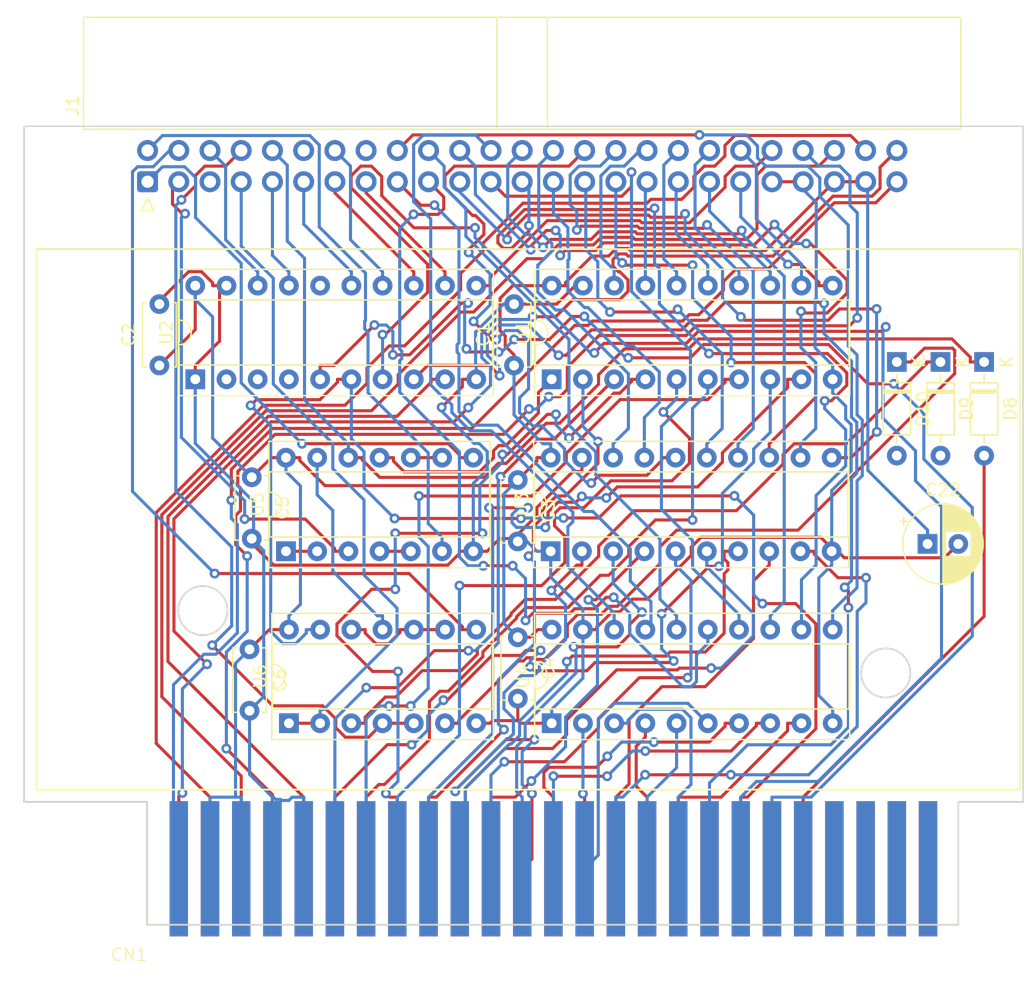
<source format=kicad_pcb>
(kicad_pcb (version 20221018) (generator pcbnew)
  (title_block (title "MSX 4 Slot Expander") (date "2024-02-22") (rev "3") (company "Luis Viña"))
  (layers (0 "F.Cu" signal) (31 "B.Cu" signal) (34 "B.Paste" user) (35 "F.Paste" user) (36 "B.SilkS" user "B.Silkscreen") (37 "F.SilkS" user "F.Silkscreen") (38 "B.Mask" user) (39 "F.Mask" user) (44 "Edge.Cuts" user))
  (net 0 "")
  (net 1 "BUSDIR")
  (net 2 "IORQ")
  (net 3 "MERQ")
  (net 4 "WR")
  (net 5 "RD")
  (net 6 "RESET")
  (net 8 "CLK")
  (net 9 "SW1")
  (net 10 "SW2")
  (net 11 "+12V")
  (net 12 "-12V")
  (net 13 "Earth")
  (net 16 "SLTSL")
  (net 17 "SNDIN")
  (net 18 "A10")
  (net 19 "A11")
  (net 20 "A6")
  (net 21 "A7")
  (net 22 "A8")
  (net 23 "A12")
  (net 24 "A9")
  (net 25 "A15")
  (net 26 "+5V")
  (net 27 "A0")
  (net 28 "A1")
  (net 29 "A2")
  (net 30 "A3")
  (net 31 "A4")
  (net 32 "A5")
  (net 33 "A14")
  (net 34 "A13")
  (net 35 "D0")
  (net 36 "D1")
  (net 37 "D2")
  (net 38 "D3")
  (net 39 "D4")
  (net 40 "D5")
  (net 41 "D6")
  (net 42 "D7")
  (net 43 "CS1")
  (net 44 "CS2")
  (net 45 "CS12")
  (net 46 "RFSH")
  (net 47 "WAIT")
  (net 48 "INT")
  (net 49 "M1")
  (net 50 "BXCS1")
  (net 51 "BXCS2")
  (net 52 "BXCS12")
  (net 53 "BXRFSH")
  (net 54 "BXWAIT")
  (net 55 "BXINT")
  (net 56 "BXM1")
  (net 57 "BXDIR")
  (net 58 "BXIORQ")
  (net 59 "BXMERQ")
  (net 60 "BXWR")
  (net 61 "BXRD")
  (net 62 "BXRESET")
  (net 63 "BXA9")
  (net 64 "BXA15")
  (net 65 "BXA11")
  (net 66 "BXA10")
  (net 67 "BXA7")
  (net 68 "BXA6")
  (net 69 "BXA12")
  (net 70 "BXA8")
  (net 71 "BXA14")
  (net 72 "BXA13")
  (net 73 "BXA1")
  (net 74 "BXA0")
  (net 75 "BXA3")
  (net 76 "BXA2")
  (net 77 "BXA5")
  (net 78 "BXA4")
  (net 79 "BXD1")
  (net 80 "BXD0")
  (net 81 "BXD3")
  (net 82 "BXD2")
  (net 83 "BXD5")
  (net 84 "BXD4")
  (net 85 "BXD7")
  (net 86 "BXD6")
  (net 87 "BXCLK")
  (net 88 "Net-(D9-K)")
  (net 89 "Net-(D10-K)")
  (net 90 "BXSLTSL")
  (net 91 "MREQ")
  (net 92 "BXMREQ")
  (net 93 "Net-(U1-A->B)")
  (net 94 "Net-(U5-Pad13)")
  (footprint "Package_DIP:DIP-20_W7.62mm_Socket" (layer "F.Cu") (at 69.92 178.596 90)
    (fp_text reference "U2")
    (fp_text value "74HCT541")
  )
  (footprint "Capacitor_THT:C_Disc_D5.0mm_W2.5mm_P5.00mm" (layer "F.Cu") (at 95.855 177.476 90)
    (fp_text reference "C1")
    (fp_text value "104")
  )
  (footprint "Package_DIP:DIP-20_W7.62mm_Socket" (layer "F.Cu") (at 98.92 178.596 90)
    (fp_text reference "U1")
    (fp_text value "74HC245")
  )
  (footprint "Capacitor_THT:C_Disc_D5.0mm_W2.5mm_P5.00mm" (layer "F.Cu") (at 96.16 186.796 -90)
    (fp_text reference "C3")
    (fp_text value "104")
  )
  (footprint "Capacitor_THT:C_Disc_D5.0mm_W2.5mm_P5.00mm" (layer "F.Cu") (at 74.3363 200.5809 -90)
    (fp_text reference "C6")
    (fp_text value "104")
  )
  (footprint "Diode_THT:D_DO-35_SOD27_P7.62mm_Horizontal" (layer "F.Cu") (at 134.1 177.19 -90)
    (fp_text reference "D8")
    (fp_text value "1N914")
  )
  (footprint "Capacitor_THT:CP_Radial_D6.3mm_P2.50mm" (layer "F.Cu") (at 129.5 192)
    (fp_text reference "C22")
    (fp_text value "100uF")
  )
  (footprint "Package_DIP:DIP-20_W7.62mm_Socket" (layer "F.Cu") (at 98.92 206.596 90)
    (fp_text reference "U4")
    (fp_text value "74HCT541")
  )
  (footprint "Diode_THT:D_DO-35_SOD27_P7.62mm_Horizontal" (layer "F.Cu") (at 130.55 177.19 -90)
    (fp_text reference "D9")
    (fp_text value "1N914")
  )
  (footprint "Capacitor_THT:C_Disc_D5.0mm_W2.5mm_P5.00mm" (layer "F.Cu") (at 67 177.476 90)
    (fp_text reference "C2")
    (fp_text value "104")
  )
  (footprint "Package_DIP:DIP-20_W7.62mm_Socket" (layer "F.Cu") (at 98.8391 192.596 90)
    (fp_text reference "U3")
    (fp_text value "74HCT541")
  )
  (footprint "Package_DIP:DIP-14_W7.62mm_Socket" (layer "F.Cu") (at 77.3 192.596 90)
    (fp_text reference "U5")
    (fp_text value "74LS08")
  )
  (footprint "Capacitor_THT:C_Disc_D5.0mm_W2.5mm_P5.00mm" (layer "F.Cu") (at 74.5173 186.5704 -90)
    (fp_text reference "C5")
    (fp_text value "104")
  )
  (footprint "Diode_THT:D_DO-35_SOD27_P7.62mm_Horizontal" (layer "F.Cu") (at 127 177.19 -90)
    (fp_text reference "D10")
    (fp_text value "1N914")
  )
  (footprint "MSX:MSX_Slot" (layer "F.Cu") (at 64.54 225.94)
    (fp_text reference "CN1")
    (fp_text value "MSX_SLOT_CON-msxmakers")
  )
  (footprint "Connector_IDC:IDC-Header_2x25_P2.54mm_Horizontal" (layer "F.Cu") (at 66.04 162.516 90)
    (fp_text reference "J1")
    (fp_text value "Conn_02x25_Odd_Even")
  )
  (footprint "Capacitor_THT:C_Disc_D5.0mm_W2.5mm_P5.00mm" (layer "F.Cu") (at 96.16 199.596 -90)
    (fp_text reference "C4")
    (fp_text value "104")
  )
  (footprint "Package_DIP:DIP-14_W7.62mm_Socket" (layer "F.Cu") (at 77.54 206.596 90)
    (fp_text reference "U6")
    (fp_text value "74HCT32")
  )
  (gr_line (start 137 212) (end 57 212) (stroke (width 0.15)) (layer "F.SilkS"))
  (gr_line (start 57 212) (end 57 168) (stroke (width 0.15)) (layer "F.SilkS"))
  (gr_line (start 137 168) (end 137 212) (stroke (width 0.15)) (layer "F.SilkS"))
  (gr_line (start 57 168) (end 137 168) (stroke (width 0.15)) (layer "F.SilkS"))
  (gr_circle (center 126.1 202.505) (end 128.1 202.505) (stroke (width 0.15)) (fill none) (layer "Edge.Cuts"))
  (gr_line (start 56 213) (end 56 158) (stroke (width 0.15)) (layer "Edge.Cuts"))
  (gr_line (start 132 213) (end 132 223) (stroke (width 0.15)) (layer "Edge.Cuts"))
  (gr_line (start 132 213) (end 137.28 213) (stroke (width 0.15)) (layer "Edge.Cuts"))
  (gr_circle (center 70.54 197.425) (end 68.54 197.425) (stroke (width 0.15)) (fill none) (layer "Edge.Cuts"))
  (gr_line (start 137.28 158) (end 137.28 213) (stroke (width 0.15)) (layer "Edge.Cuts"))
  (gr_line (start 132 223) (end 66 223) (stroke (width 0.15)) (layer "Edge.Cuts"))
  (gr_line (start 66 223) (end 66 213) (stroke (width 0.15)) (layer "Edge.Cuts"))
  (gr_line (start 56 158) (end 137.28 158) (stroke (width 0.1)) (layer "Edge.Cuts"))
  (gr_line (start 66 213) (end 56 213) (stroke (width 0.15)) (layer "Edge.Cuts"))
  (segment (start 134.1 197.8931) (end 134.1 184.81) (width 0.25) (layer "F.Cu") (net 1))
  (segment (start 119.38 218.44) (end 119.38 212.6131) (width 0.25) (layer "F.Cu") (net 1))
  (segment (start 119.38 212.6131) (end 134.1 197.8931) (width 0.25) (layer "F.Cu") (net 1))
  (segment (start 98.7293 175.3583) (end 95.8664 175.3583) (width 0.25) (layer "F.Cu") (net 2))
  (segment (start 92.2351 176.373) (end 94.5943 176.373) (width 0.25) (layer "F.Cu") (net 2))
  (segment (start 111.2767 175.7676) (end 110.1934 176.8509) (width 0.25) (layer "F.Cu") (net 2))
  (segment (start 100.6019 173.4857) (end 98.7293 175.3583) (width 0.25) (layer "F.Cu") (net 2))
  (segment (start 126.7495 178.9636) (end 124.6405 178.9636) (width 0.25) (layer "F.Cu") (net 2))
  (segment (start 91.983 176.1209) (end 92.2351 176.373) (width 0.25) (layer "F.Cu") (net 2))
  (segment (start 80.08 178.596) (end 80.08 177.4691) (width 0.25) (layer "F.Cu") (net 2))
  (segment (start 81.2106 177.4691) (end 84.4955 174.1842) (width 0.25) (layer "F.Cu") (net 2))
  (segment (start 87.3625 176.6084) (end 85.9996 176.6084) (width 0.25) (layer "F.Cu") (net 2))
  (segment (start 110.1934 176.8509) (end 105.1468 176.8509) (width 0.25) (layer "F.Cu") (net 2))
  (segment (start 101.5709 173.4857) (end 100.6019 173.4857) (width 0.25) (layer "F.Cu") (net 2))
  (segment (start 121.4445 175.7676) (end 111.2767 175.7676) (width 0.25) (layer "F.Cu") (net 2))
  (segment (start 91.5741 172.3968) (end 87.3625 176.6084) (width 0.25) (layer "F.Cu") (net 2))
  (segment (start 80.08 177.4691) (end 81.2106 177.4691) (width 0.25) (layer "F.Cu") (net 2))
  (segment (start 124.6405 178.9636) (end 121.4445 175.7676) (width 0.25) (layer "F.Cu") (net 2))
  (segment (start 92.1122 172.3968) (end 91.5741 172.3968) (width 0.25) (layer "F.Cu") (net 2))
  (via (at 126.7495 178.9636) (size 0.8) (drill 0.4) (layers "F.Cu" "B.Cu") (net 2))
  (via (at 95.8664 175.3583) (size 0.8) (drill 0.4) (layers "F.Cu" "B.Cu") (net 2))
  (via (at 94.5943 176.373) (size 0.8) (drill 0.4) (layers "F.Cu" "B.Cu") (net 2))
  (via (at 84.4955 174.1842) (size 0.8) (drill 0.4) (layers "F.Cu" "B.Cu") (net 2))
  (via (at 91.983 176.1209) (size 0.8) (drill 0.4) (layers "F.Cu" "B.Cu") (net 2))
  (via (at 101.5709 173.4857) (size 0.8) (drill 0.4) (layers "F.Cu" "B.Cu") (net 2))
  (via (at 85.9996 176.6084) (size 0.8) (drill 0.4) (layers "F.Cu" "B.Cu") (net 2))
  (via (at 105.1468 176.8509) (size 0.8) (drill 0.4) (layers "F.Cu" "B.Cu") (net 2))
  (via (at 92.1122 172.3968) (size 0.8) (drill 0.4) (layers "F.Cu" "B.Cu") (net 2))
  (segment (start 116.84 218.44) (end 116.84 212.6131) (width 0.25) (layer "B.Cu") (net 2))
  (segment (start 92.1122 172.3968) (end 91.8367 172.6723) (width 0.25) (layer "B.Cu") (net 2))
  (segment (start 94.8517 176.373) (end 94.5943 176.373) (width 0.25) (layer "B.Cu") (net 2))
  (segment (start 95.8664 175.3583) (end 94.8517 176.373) (width 0.25) (layer "B.Cu") (net 2))
  (segment (start 120.0324 212.6131) (end 133.1383 199.5072) (width 0.25) (layer "B.Cu") (net 2))
  (segment (start 104.9361 176.8509) (end 101.5709 173.4857) (width 0.25) (layer "B.Cu") (net 2))
  (segment (start 91.8367 172.6723) (end 91.8367 175.9746) (width 0.25) (layer "B.Cu") (net 2))
  (segment (start 91.8367 175.9746) (end 91.983 176.1209) (width 0.25) (layer "B.Cu") (net 2))
  (segment (start 116.84 212.6131) (end 120.0324 212.6131) (width 0.25) (layer "B.Cu") (net 2))
  (segment (start 129.1963 181.4104) (end 126.7495 178.9636) (width 0.25) (layer "B.Cu") (net 2))
  (segment (start 133.1383 189.0433) (end 129.1963 185.1013) (width 0.25) (layer "B.Cu") (net 2))
  (segment (start 85.9996 176.6084) (end 85.9996 174.7143) (width 0.25) (layer "B.Cu") (net 2))
  (segment (start 129.1963 185.1013) (end 129.1963 181.4104) (width 0.25) (layer "B.Cu") (net 2))
  (segment (start 85.4695 174.1842) (end 84.4955 174.1842) (width 0.25) (layer "B.Cu") (net 2))
  (segment (start 85.9996 174.7143) (end 85.4695 174.1842) (width 0.25) (layer "B.Cu") (net 2))
  (segment (start 133.1383 199.5072) (end 133.1383 189.0433) (width 0.25) (layer "B.Cu") (net 2))
  (segment (start 105.1468 176.8509) (end 104.9361 176.8509) (width 0.25) (layer "B.Cu") (net 2))
  (segment (start 82.6024 163.0149) (end 88.8269 169.2394) (width 0.25) (layer "F.Cu") (net 4))
  (segment (start 85.09 162.0851) (end 84.2509 161.246) (width 0.25) (layer "F.Cu") (net 4))
  (segment (start 92.6775 166.2676) (end 87.7101 166.2676) (width 0.25) (layer "F.Cu") (net 4))
  (segment (start 109.8687 175.6721) (end 103.1687 175.6721) (width 0.25) (layer "F.Cu") (net 4))
  (segment (start 82.6024 162.0327) (end 82.6024 163.0149) (width 0.25) (layer "F.Cu") (net 4))
  (segment (start 110.8458 174.695) (end 109.8687 175.6721) (width 0.25) (layer "F.Cu") (net 4))
  (segment (start 85.3825 174.9618) (end 85.16 174.9618) (width 0.25) (layer "F.Cu") (net 4))
  (segment (start 88.8269 169.2394) (end 88.8269 171.5174) (width 0.25) (layer "F.Cu") (net 4))
  (segment (start 88.8269 171.5174) (end 85.3825 174.9618) (width 0.25) (layer "F.Cu") (net 4))
  (segment (start 87.7101 166.2676) (end 85.09 163.6475) (width 0.25) (layer "F.Cu") (net 4))
  (segment (start 85.09 163.6475) (end 85.09 162.0851) (width 0.25) (layer "F.Cu") (net 4))
  (segment (start 84.2509 161.246) (end 83.3891 161.246) (width 0.25) (layer "F.Cu") (net 4))
  (segment (start 83.3891 161.246) (end 82.6024 162.0327) (width 0.25) (layer "F.Cu") (net 4))
  (segment (start 126.0986 174.329) (end 125.7326 174.695) (width 0.25) (layer "F.Cu") (net 4))
  (segment (start 103.1687 175.6721) (end 102.3919 176.4489) (width 0.25) (layer "F.Cu") (net 4))
  (segment (start 125.7326 174.695) (end 110.8458 174.695) (width 0.25) (layer "F.Cu") (net 4))
  (via (at 92.6775 166.2676) (size 0.8) (drill 0.4) (layers "F.Cu" "B.Cu") (net 4))
  (via (at 85.16 174.9618) (size 0.8) (drill 0.4) (layers "F.Cu" "B.Cu") (net 4))
  (via (at 126.0986 174.329) (size 0.8) (drill 0.4) (layers "F.Cu" "B.Cu") (net 4))
  (via (at 102.3919 176.4489) (size 0.8) (drill 0.4) (layers "F.Cu" "B.Cu") (net 4))
  (segment (start 126.0986 174.329) (end 125.8731 174.5545) (width 0.25) (layer "B.Cu") (net 4))
  (segment (start 125.8731 181.7781) (end 128.5193 184.4243) (width 0.25) (layer "B.Cu") (net 4))
  (segment (start 120.5904 211.3332) (end 115.5799 211.3332) (width 0.25) (layer "B.Cu") (net 4))
  (segment (start 114.3 218.44) (end 114.3 212.6131) (width 0.25) (layer "B.Cu") (net 4))
  (segment (start 115.5799 211.3332) (end 114.3 212.6131) (width 0.25) (layer "B.Cu") (net 4))
  (segment (start 125.8731 174.5545) (end 125.8731 181.7781) (width 0.25) (layer "B.Cu") (net 4))
  (segment (start 130.6341 201.2895) (end 120.5904 211.3332) (width 0.25) (layer "B.Cu") (net 4))
  (segment (start 85.16 178.596) (end 85.16 174.9618) (width 0.25) (layer "B.Cu") (net 4))
  (segment (start 130.6341 188.9801) (end 130.6341 201.2895) (width 0.25) (layer "B.Cu") (net 4))
  (segment (start 128.5193 184.4243) (end 128.5193 186.8653) (width 0.25) (layer "B.Cu") (net 4))
  (segment (start 102.0767 176.4489) (end 102.3919 176.4489) (width 0.25) (layer "B.Cu") (net 4))
  (segment (start 92.6775 167.0497) (end 102.0767 176.4489) (width 0.25) (layer "B.Cu") (net 4))
  (segment (start 128.5193 186.8653) (end 130.6341 188.9801) (width 0.25) (layer "B.Cu") (net 4))
  (segment (start 92.6775 166.2676) (end 92.6775 167.0497) (width 0.25) (layer "B.Cu") (net 4))
  (segment (start 114.8384 212.6131) (end 120.4128 207.0387) (width 0.25) (layer "F.Cu") (net 5))
  (segment (start 81.4931 178.596) (end 81.4931 178.8295) (width 0.25) (layer "F.Cu") (net 5))
  (segment (start 86.1366 189.9269) (end 96.4162 189.9269) (width 0.25) (layer "F.Cu") (net 5))
  (segment (start 80.0683 180.2543) (end 74.903 180.2543) (width 0.25) (layer "F.Cu") (net 5))
  (segment (start 118.7636 196.8547) (end 116.065 196.8547) (width 0.25) (layer "F.Cu") (net 5))
  (segment (start 120.4128 207.0387) (end 120.4128 198.5039) (width 0.25) (layer "F.Cu") (net 5))
  (segment (start 74.903 180.2543) (end 74.4298 180.7275) (width 0.25) (layer "F.Cu") (net 5))
  (segment (start 114.3 218.44) (end 114.3 212.6131) (width 0.25) (layer "F.Cu") (net 5))
  (segment (start 113.7861 188.0892) (end 104.5556 188.0892) (width 0.25) (layer "F.Cu") (net 5))
  (segment (start 104.5556 188.0892) (end 104.5556 188.0893) (width 0.25) (layer "F.Cu") (net 5))
  (segment (start 82.62 178.596) (end 81.4931 178.596) (width 0.25) (layer "F.Cu") (net 5))
  (segment (start 102.7573 189.8876) (end 99.8788 189.8876) (width 0.25) (layer "F.Cu") (net 5))
  (segment (start 114.3 212.6131) (end 114.8384 212.6131) (width 0.25) (layer "F.Cu") (net 5))
  (segment (start 120.4128 198.5039) (end 118.7636 196.8547) (width 0.25) (layer "F.Cu") (net 5))
  (segment (start 81.4931 178.8295) (end 80.0683 180.2543) (width 0.25) (layer "F.Cu") (net 5))
  (segment (start 104.5556 188.0893) (end 102.7573 189.8876) (width 0.25) (layer "F.Cu") (net 5))
  (via (at 86.1366 189.9269) (size 0.8) (drill 0.4) (layers "F.Cu" "B.Cu") (net 5))
  (via (at 113.7861 188.0892) (size 0.8) (drill 0.4) (layers "F.Cu" "B.Cu") (net 5))
  (via (at 116.065 196.8547) (size 0.8) (drill 0.4) (layers "F.Cu" "B.Cu") (net 5))
  (via (at 96.4162 189.9269) (size 0.8) (drill 0.4) (layers "F.Cu" "B.Cu") (net 5))
  (via (at 74.4298 180.7275) (size 0.8) (drill 0.4) (layers "F.Cu" "B.Cu") (net 5))
  (via (at 99.8788 189.8876) (size 0.8) (drill 0.4) (layers "F.Cu" "B.Cu") (net 5))
  (segment (start 96.4555 189.8876) (end 96.4162 189.9269) (width 0.25) (layer "B.Cu") (net 5))
  (segment (start 116.065 196.8547) (end 115.3491 196.1388) (width 0.25) (layer "B.Cu") (net 5))
  (segment (start 80.08 198.976) (end 78.9531 198.976) (width 0.25) (layer "B.Cu") (net 5))
  (segment (start 77.0478 200.1085) (end 76.0575 199.1182) (width 0.25) (layer "B.Cu") (net 5))
  (segment (start 83.6498 184.4798) (end 83.6498 187.4401) (width 0.25) (layer "B.Cu") (net 5))
  (segment (start 78.1023 200.1085) (end 77.0478 200.1085) (width 0.25) (layer "B.Cu") (net 5))
  (segment (start 83.6498 187.4401) (end 86.1366 189.9269) (width 0.25) (layer "B.Cu") (net 5))
  (segment (start 115.3491 196.1388) (end 115.3491 189.6522) (width 0.25) (layer "B.Cu") (net 5))
  (segment (start 99.8788 189.8876) (end 96.4555 189.8876) (width 0.25) (layer "B.Cu") (net 5))
  (segment (start 115.3491 189.6522) (end 113.7861 188.0892) (width 0.25) (layer "B.Cu") (net 5))
  (segment (start 82.62 178.596) (end 82.62 183.45) (width 0.25) (layer "B.Cu") (net 5))
  (segment (start 76.0575 199.1182) (end 76.0575 182.3552) (width 0.25) (layer "B.Cu") (net 5))
  (segment (start 82.62 183.45) (end 83.6498 184.4798) (width 0.25) (layer "B.Cu") (net 5))
  (segment (start 76.0575 182.3552) (end 74.4298 180.7275) (width 0.25) (layer "B.Cu") (net 5))
  (segment (start 78.9531 199.2577) (end 78.1023 200.1085) (width 0.25) (layer "B.Cu") (net 5))
  (segment (start 78.9531 198.976) (end 78.9531 199.2577) (width 0.25) (layer "B.Cu") (net 5))
  (segment (start 109.4927 174.5807) (end 102.143 174.5807) (width 0.25) (layer "F.Cu") (net 6))
  (segment (start 113.0142 172.3373) (end 111.5603 173.7912) (width 0.25) (layer "F.Cu") (net 6))
  (segment (start 100.0804 176.6433) (end 99.4804 176.6433) (width 0.25) (layer "F.Cu") (net 6))
  (segment (start 88.8374 177.4586) (end 93.8402 177.4586) (width 0.25) (layer "F.Cu") (net 6))
  (segment (start 120.9892 172.3373) (end 113.0142 172.3373) (width 0.25) (layer "F.Cu") (net 6))
  (segment (start 87.7 178.596) (end 88.8374 177.4586) (width 0.25) (layer "F.Cu") (net 6))
  (segment (start 110.2822 173.7912) (end 109.4927 174.5807) (width 0.25) (layer "F.Cu") (net 6))
  (segment (start 123.0586 197.1771) (end 123.0586 195.8332) (width 0.25) (layer "F.Cu") (net 6))
  (segment (start 93.8402 177.4586) (end 94.6844 178.3028) (width 0.25) (layer "F.Cu") (net 6))
  (segment (start 102.143 174.5807) (end 100.0804 176.6433) (width 0.25) (layer "F.Cu") (net 6))
  (segment (start 121.0767 172.4248) (end 120.9892 172.3373) (width 0.25) (layer "F.Cu") (net 6))
  (segment (start 111.5603 173.7912) (end 110.2822 173.7912) (width 0.25) (layer "F.Cu") (net 6))
  (segment (start 123.0586 195.8332) (end 122.7603 195.5349) (width 0.25) (layer "F.Cu") (net 6))
  (via (at 123.0586 197.1771) (size 0.8) (drill 0.4) (layers "F.Cu" "B.Cu") (net 6))
  (via (at 94.6844 178.3028) (size 0.8) (drill 0.4) (layers "F.Cu" "B.Cu") (net 6))
  (via (at 99.4804 176.6433) (size 0.8) (drill 0.4) (layers "F.Cu" "B.Cu") (net 6))
  (via (at 122.7603 195.5349) (size 0.8) (drill 0.4) (layers "F.Cu" "B.Cu") (net 6))
  (via (at 121.0767 172.4248) (size 0.8) (drill 0.4) (layers "F.Cu" "B.Cu") (net 6))
  (segment (start 97.0166 174.1795) (end 99.4804 176.6433) (width 0.25) (layer "B.Cu") (net 6))
  (segment (start 111.76 218.44) (end 111.76 211.455) (width 0.25) (layer "B.Cu") (net 6))
  (segment (start 114.8638 208.3512) (end 121.6333 208.3512) (width 0.25) (layer "B.Cu") (net 6))
  (segment (start 122.7603 195.5349) (end 123.3117 194.9835) (width 0.25) (layer "B.Cu") (net 6))
  (segment (start 123.3117 186.678) (end 123.739 186.2507) (width 0.25) (layer "B.Cu") (net 6))
  (segment (start 111.76 211.455) (end 114.8638 208.3512) (width 0.25) (layer "B.Cu") (net 6))
  (segment (start 123.3117 181.6719) (end 123.3117 177.1185) (width 0.25) (layer "B.Cu") (net 6))
  (segment (start 94.5761 174.1795) (end 97.0166 174.1795) (width 0.25) (layer "B.Cu") (net 6))
  (segment (start 121.6333 208.3512) (end 123.0586 206.9259) (width 0.25) (layer "B.Cu") (net 6))
  (segment (start 123.3117 177.1185) (end 121.0767 174.8835) (width 0.25) (layer "B.Cu") (net 6))
  (segment (start 123.0586 206.9259) (end 123.0586 197.1771) (width 0.25) (layer "B.Cu") (net 6))
  (segment (start 123.739 182.0992) (end 123.3117 181.6719) (width 0.25) (layer "B.Cu") (net 6))
  (segment (start 123.739 186.2507) (end 123.739 182.0992) (width 0.25) (layer "B.Cu") (net 6))
  (segment (start 94.6844 178.3028) (end 94.6844 177.6459) (width 0.25) (layer "B.Cu") (net 6))
  (segment (start 93.6856 176.6471) (end 93.6856 175.07) (width 0.25) (layer "B.Cu") (net 6))
  (segment (start 94.6844 177.6459) (end 93.6856 176.6471) (width 0.25) (layer "B.Cu") (net 6))
  (segment (start 121.0767 174.8835) (end 121.0767 172.4248) (width 0.25) (layer "B.Cu") (net 6))
  (segment (start 123.3117 194.9835) (end 123.3117 186.678) (width 0.25) (layer "B.Cu") (net 6))
  (segment (start 93.6856 175.07) (end 94.5761 174.1795) (width 0.25) (layer "B.Cu") (net 6))
  (segment (start 67.7002 201.5733) (end 78.74 212.6131) (width 0.25) (layer "F.Cu") (net 8))
  (segment (start 86.3326 181.61) (end 75.8563 181.61) (width 0.25) (layer "F.Cu") (net 8))
  (segment (start 67.7002 189.7661) (end 67.7002 201.5733) (width 0.25) (layer "F.Cu") (net 8))
  (segment (start 89.1131 178.596) (end 89.1131 178.8295) (width 0.25) (layer "F.Cu") (net 8))
  (segment (start 89.1131 178.8295) (end 86.3326 181.61) (width 0.25) (layer "F.Cu") (net 8))
  (segment (start 75.8563 181.61) (end 67.7002 189.7661) (width 0.25) (layer "F.Cu") (net 8))
  (segment (start 78.74 218.44) (end 78.74 212.6131) (width 0.25) (layer "F.Cu") (net 8))
  (segment (start 90.24 178.596) (end 89.1131 178.596) (width 0.25) (layer "F.Cu") (net 8))
  (segment (start 97.0743 181.0193) (end 95.0153 183.0783) (width 0.25) (layer "F.Cu") (net 9))
  (segment (start 95.0153 183.0783) (end 76.4131 183.0783) (width 0.25) (layer "F.Cu") (net 9))
  (segment (start 109.8691 175.0326) (end 102.7803 175.0326) (width 0.25) (layer "F.Cu") (net 9))
  (segment (start 76.2 212.4081) (end 72.4514 208.6595) (width 0.25) (layer "F.Cu") (net 9))
  (segment (start 123.7821 173.6036) (end 123.1426 174.2431) (width 0.25) (layer "F.Cu") (net 9))
  (segment (start 110.6586 174.2431) (end 109.8691 175.0326) (width 0.25) (layer "F.Cu") (net 9))
  (segment (start 73.5995 187.4582) (end 73.5995 189.2868) (width 0.25) (layer "F.Cu") (net 9))
  (segment (start 100.19 179.4103) (end 99.5836 180.0167) (width 0.25) (layer "F.Cu") (net 9))
  (segment (start 76.4131 183.0783) (end 73.3819 186.1095) (width 0.25) (layer "F.Cu") (net 9))
  (segment (start 73.2103 192.0559) (end 74.1434 192.989) (width 0.25) (layer "F.Cu") (net 9))
  (segment (start 100.19 177.6229) (end 100.19 179.4103) (width 0.25) (layer "F.Cu") (net 9))
  (segment (start 123.1426 174.2431) (end 110.6586 174.2431) (width 0.25) (layer "F.Cu") (net 9))
  (segment (start 73.3819 187.2406) (end 73.5995 187.4582) (width 0.25) (layer "F.Cu") (net 9))
  (segment (start 99.5836 180.0167) (end 98.6802 180.0167) (width 0.25) (layer "F.Cu") (net 9))
  (segment (start 73.2103 189.676) (end 73.2103 192.0559) (width 0.25) (layer "F.Cu") (net 9))
  (segment (start 76.2 218.44) (end 76.2 212.4081) (width 0.25) (layer "F.Cu") (net 9))
  (segment (start 102.7803 175.0326) (end 100.19 177.6229) (width 0.25) (layer "F.Cu") (net 9))
  (segment (start 73.3819 186.1095) (end 73.3819 187.2406) (width 0.25) (layer "F.Cu") (net 9))
  (segment (start 73.5995 189.2868) (end 73.2103 189.676) (width 0.25) (layer "F.Cu") (net 9))
  (via (at 123.7821 173.6036) (size 0.8) (drill 0.4) (layers "F.Cu" "B.Cu") (net 9))
  (via (at 98.6802 180.0167) (size 0.8) (drill 0.4) (layers "F.Cu" "B.Cu") (net 9))
  (via (at 97.0743 181.0193) (size 0.8) (drill 0.4) (layers "F.Cu" "B.Cu") (net 9))
  (via (at 74.1434 192.989) (size 0.8) (drill 0.4) (layers "F.Cu" "B.Cu") (net 9))
  (via (at 72.4514 208.6595) (size 0.8) (drill 0.4) (layers "F.Cu" "B.Cu") (net 9))
  (segment (start 120.65 161.246) (end 122.3509 161.246) (width 0.25) (layer "B.Cu") (net 9))
  (segment (start 72.4514 200.8061) (end 74.1434 199.1141) (width 0.25) (layer "B.Cu") (net 9))
  (segment (start 122.3509 161.246) (end 123.19 162.0851) (width 0.25) (layer "B.Cu") (net 9))
  (segment (start 74.1434 199.1141) (end 74.1434 192.989) (width 0.25) (layer "B.Cu") (net 9))
  (segment (start 123.19 162.0851) (end 123.19 164.4543) (width 0.25) (layer "B.Cu") (net 9))
  (segment (start 97.0743 181.0193) (end 97.6776 181.0193) (width 0.25) (layer "B.Cu") (net 9))
  (segment (start 97.6776 181.0193) (end 98.6802 180.0167) (width 0.25) (layer "B.Cu") (net 9))
  (segment (start 119.38 159.976) (end 120.65 161.246) (width 0.25) (layer "B.Cu") (net 9))
  (segment (start 72.4514 208.6595) (end 72.4514 200.8061) (width 0.25) (layer "B.Cu") (net 9))
  (segment (start 123.19 164.4543) (end 123.7821 165.0464) (width 0.25) (layer "B.Cu") (net 9))
  (segment (start 123.7821 165.0464) (end 123.7821 173.6036) (width 0.25) (layer "B.Cu") (net 9))
  (segment (start 84.2587 181.1581) (end 75.6691 181.1581) (width 0.25) (layer "F.Cu") (net 10))
  (segment (start 92.5625 173.1237) (end 91.5339 173.1237) (width 0.25) (layer "F.Cu") (net 10))
  (segment (start 116.3274 161.246) (end 115.6228 161.9506) (width 0.25) (layer "F.Cu") (net 10))
  (segment (start 67.2005 204.4365) (end 73.66 210.896) (width 0.25) (layer "F.Cu") (net 10))
  (segment (start 96.9079 168.7783) (end 92.5625 173.1237) (width 0.25) (layer "F.Cu") (net 10))
  (segment (start 99.4363 167.6619) (end 98.3199 168.7783) (width 0.25) (layer "F.Cu") (net 10))
  (segment (start 67.2005 189.6267) (end 67.2005 204.4365) (width 0.25) (layer "F.Cu") (net 10))
  (segment (start 98.3199 168.7783) (end 96.9079 168.7783) (width 0.25) (layer "F.Cu") (net 10))
  (segment (start 105.5209 167.0395) (end 102.9353 167.0395) (width 0.25) (layer "F.Cu") (net 10))
  (segment (start 102.9353 167.0395) (end 102.3129 167.6619) (width 0.25) (layer "F.Cu") (net 10))
  (segment (start 91.5339 173.1237) (end 86.43 178.2276) (width 0.25) (layer "F.Cu") (net 10))
  (segment (start 86.43 178.9868) (end 84.2587 181.1581) (width 0.25) (layer "F.Cu") (net 10))
  (segment (start 102.3129 167.6619) (end 99.4363 167.6619) (width 0.25) (layer "F.Cu") (net 10))
  (segment (start 114.7511 167.2114) (end 105.6928 167.2114) (width 0.25) (layer "F.Cu") (net 10))
  (segment (start 105.6928 167.2114) (end 105.5209 167.0395) (width 0.25) (layer "F.Cu") (net 10))
  (segment (start 73.66 210.896) (end 73.66 218.44) (width 0.25) (layer "F.Cu") (net 10))
  (segment (start 120.65 161.246) (end 116.3274 161.246) (width 0.25) (layer "F.Cu") (net 10))
  (segment (start 75.6691 181.1581) (end 67.2005 189.6267) (width 0.25) (layer "F.Cu") (net 10))
  (segment (start 115.6228 166.3397) (end 114.7511 167.2114) (width 0.25) (layer "F.Cu") (net 10))
  (segment (start 86.43 178.2276) (end 86.43 178.9868) (width 0.25) (layer "F.Cu") (net 10))
  (segment (start 121.92 159.976) (end 120.65 161.246) (width 0.25) (layer "F.Cu") (net 10))
  (segment (start 115.6228 161.9506) (end 115.6228 166.3397) (width 0.25) (layer "F.Cu") (net 10))
  (segment (start 66.7456 208.2387) (end 71.12 212.6131) (width 0.25) (layer "F.Cu") (net 11))
  (segment (start 85.6986 175.8815) (end 83.89 177.6901) (width 0.25) (layer "F.Cu") (net 11))
  (segment (start 91.51 171.3236) (end 86.9521 175.8815) (width 0.25) (layer "F.Cu") (net 11))
  (segment (start 124.46 159.976) (end 123.2373 158.7533) (width 0.25) (layer "F.Cu") (net 11))
  (segment (start 113.0122 159.5639) (end 113.0122 160.4158) (width 0.25) (layer "F.Cu") (net 11))
  (segment (start 96.5847 164.2636) (end 93.3403 167.508) (width 0.25) (layer "F.Cu") (net 11))
  (segment (start 112.182 161.246) (end 111.3291 161.246) (width 0.25) (layer "F.Cu") (net 11))
  (segment (start 93.3403 167.508) (end 93.3403 168.1471) (width 0.25) (layer "F.Cu") (net 11))
  (segment (start 75.4819 180.7062) (end 66.7456 189.4425) (width 0.25) (layer "F.Cu") (net 11))
  (segment (start 106.9894 163.9499) (end 106.6757 164.2636) (width 0.25) (layer "F.Cu") (net 11))
  (segment (start 123.2373 158.7533) (end 113.8228 158.7533) (width 0.25) (layer "F.Cu") (net 11))
  (segment (start 110.49 162.0851) (end 110.49 162.952) (width 0.25) (layer "F.Cu") (net 11))
  (segment (start 83.89 178.9221) (end 82.1059 180.7062) (width 0.25) (layer "F.Cu") (net 11))
  (segment (start 113.0122 160.4158) (end 112.182 161.246) (width 0.25) (layer "F.Cu") (net 11))
  (segment (start 109.4921 163.9499) (end 106.9894 163.9499) (width 0.25) (layer "F.Cu") (net 11))
  (segment (start 111.3291 161.246) (end 110.49 162.0851) (width 0.25) (layer "F.Cu") (net 11))
  (segment (start 83.89 177.6901) (end 83.89 178.9221) (width 0.25) (layer "F.Cu") (net 11))
  (segment (start 110.49 162.952) (end 109.4921 163.9499) (width 0.25) (layer "F.Cu") (net 11))
  (segment (start 71.12 218.44) (end 71.12 212.6131) (width 0.25) (layer "F.Cu") (net 11))
  (segment (start 82.1059 180.7062) (end 75.4819 180.7062) (width 0.25) (layer "F.Cu") (net 11))
  (segment (start 86.9521 175.8815) (end 85.6986 175.8815) (width 0.25) (layer "F.Cu") (net 11))
  (segment (start 91.51 169.9774) (end 91.51 171.3236) (width 0.25) (layer "F.Cu") (net 11))
  (segment (start 113.8228 158.7533) (end 113.0122 159.5639) (width 0.25) (layer "F.Cu") (net 11))
  (segment (start 66.7456 189.4425) (end 66.7456 208.2387) (width 0.25) (layer "F.Cu") (net 11))
  (segment (start 93.3403 168.1471) (end 91.51 169.9774) (width 0.25) (layer "F.Cu") (net 11))
  (segment (start 106.6757 164.2636) (end 96.5847 164.2636) (width 0.25) (layer "F.Cu") (net 11))
  (segment (start 105.1312 168.5671) (end 104.9593 168.3952) (width 0.25) (layer "F.Cu") (net 12))
  (segment (start 104.3539 169.8491) (end 104.4668 169.8491) (width 0.25) (layer "F.Cu") (net 12))
  (segment (start 68.1846 189.9554) (end 76.0781 182.0619) (width 0.25) (layer "F.Cu") (net 12))
  (segment (start 104.4668 169.8491) (end 105.1269 170.5092) (width 0.25) (layer "F.Cu") (net 12))
  (segment (start 124.9878 163.6929) (end 121.806 163.6929) (width 0.25) (layer "F.Cu") (net 12))
  (segment (start 127 159.976) (end 125.6369 161.3391) (width 0.25) (layer "F.Cu") (net 12))
  (segment (start 125.6369 161.3391) (end 125.6369 163.0438) (width 0.25) (layer "F.Cu") (net 12))
  (segment (start 104.4536 172.1161) (end 100.6382 172.1161) (width 0.25) (layer "F.Cu") (net 12))
  (segment (start 100.6382 172.1161) (end 99.2435 173.5108) (width 0.25) (layer "F.Cu") (net 12))
  (segment (start 125.6369 163.0438) (end 124.9878 163.6929) (width 0.25) (layer "F.Cu") (net 12))
  (segment (start 104.3572 168.3952) (end 103.9066 168.8458) (width 0.25) (layer "F.Cu") (net 12))
  (segment (start 104.9593 168.3952) (end 104.3572 168.3952) (width 0.25) (layer "F.Cu") (net 12))
  (segment (start 68.1846 199.0955) (end 68.1846 189.9554) (width 0.25) (layer "F.Cu") (net 12))
  (segment (start 105.1269 171.4428) (end 104.4536 172.1161) (width 0.25) (layer "F.Cu") (net 12))
  (segment (start 99.2435 173.5108) (end 97.3758 173.5108) (width 0.25) (layer "F.Cu") (net 12))
  (segment (start 103.9066 169.4018) (end 104.3539 169.8491) (width 0.25) (layer "F.Cu") (net 12))
  (segment (start 105.1269 170.5092) (end 105.1269 171.4428) (width 0.25) (layer "F.Cu") (net 12))
  (segment (start 116.9318 168.5671) (end 105.1312 168.5671) (width 0.25) (layer "F.Cu") (net 12))
  (segment (start 70.8787 201.7896) (end 68.1846 199.0955) (width 0.25) (layer "F.Cu") (net 12))
  (segment (start 121.806 163.6929) (end 116.9318 168.5671) (width 0.25) (layer "F.Cu") (net 12))
  (segment (start 68.58 212.5598) (end 68.58 218.44) (width 0.25) (layer "F.Cu") (net 12))
  (segment (start 68.8728 212.267) (end 68.58 212.5598) (width 0.25) (layer "F.Cu") (net 12))
  (segment (start 90.9709 182.0619) (end 92.1296 180.9032) (width 0.25) (layer "F.Cu") (net 12))
  (segment (start 76.0781 182.0619) (end 90.9709 182.0619) (width 0.25) (layer "F.Cu") (net 12))
  (segment (start 103.9066 168.8458) (end 103.9066 169.4018) (width 0.25) (layer "F.Cu") (net 12))
  (via (at 68.8728 212.267) (size 0.8) (drill 0.4) (layers "F.Cu" "B.Cu") (net 12))
  (via (at 97.3758 173.5108) (size 0.8) (drill 0.4) (layers "F.Cu" "B.Cu") (net 12))
  (via (at 70.8787 201.7896) (size 0.8) (drill 0.4) (layers "F.Cu" "B.Cu") (net 12))
  (via (at 92.1296 180.9032) (size 0.8) (drill 0.4) (layers "F.Cu" "B.Cu") (net 12))
  (segment (start 93.9388 177.5394) (end 93.9388 179.094) (width 0.25) (layer "B.Cu") (net 12))
  (segment (start 68.8728 212.267) (end 68.8728 203.7955) (width 0.25) (layer "B.Cu") (net 12))
  (segment (start 93.2282 176.8288) (end 93.9388 177.5394) (width 0.25) (layer "B.Cu") (net 12))
  (segment (start 97.3758 173.5108) (end 97.159 173.7276) (width 0.25) (layer "B.Cu") (net 12))
  (segment (start 94.3889 173.7276) (end 93.2282 174.8883) (width 0.25) (layer "B.Cu") (net 12))
  (segment (start 97.159 173.7276) (end 94.3889 173.7276) (width 0.25) (layer "B.Cu") (net 12))
  (segment (start 93.2282 174.8883) (end 93.2282 176.8288) (width 0.25) (layer "B.Cu") (net 12))
  (segment (start 93.9388 179.094) (end 92.1296 180.9032) (width 0.25) (layer "B.Cu") (net 12))
  (segment (start 68.8728 203.7955) (end 70.8787 201.7896) (width 0.25) (layer "B.Cu") (net 12))
  (segment (start 94.7039 191.559) (end 95.923 191.559) (width 0.25) (layer "F.Cu") (net 13))
  (segment (start 111.0709 191.4609) (end 120.8106 191.4609) (width 0.25) (layer "F.Cu") (net 13))
  (segment (start 95.923 191.559) (end 96.16 191.796) (width 0.25) (layer "F.Cu") (net 13))
  (segment (start 99.321 172.476) (end 95.855 172.476) (width 0.25) (layer "F.Cu") (net 13))
  (segment (start 96.16 206.3833) (end 96.16 204.596) (width 0.25) (layer "F.Cu") (net 13))
  (segment (start 91.6531 178.596) (end 91.6531 179.1998) (width 0.25) (layer "F.Cu") (net 13))
  (segment (start 101.3791 184.976) (end 101.3791 186.1029) (width 0.25) (layer "F.Cu") (net 13))
  (segment (start 102.5869 198.976) (end 102.5869 198.7844) (width 0.25) (layer "F.Cu") (net 13))
  (segment (start 95.923 191.559) (end 95.923 191.467) (width 0.25) (layer "F.Cu") (net 13))
  (segment (start 92.54 192.596) (end 91.4131 192.596) (width 0.25) (layer "F.Cu") (net 13))
  (segment (start 97.7187 189.0322) (end 100.648 186.1029) (width 0.25) (layer "F.Cu") (net 13))
  (segment (start 74.5173 191.9407) (end 76.2995 193.7229) (width 0.25) (layer "F.Cu") (net 13))
  (segment (start 105.487 196.4911) (end 106.7056 196.4911) (width 0.25) (layer "F.Cu") (net 13))
  (segment (start 122.1922 192.596) (end 122.7231 193.1269) (width 0.25) (layer "F.Cu") (net 13))
  (segment (start 95.923 191.467) (end 97.7187 189.6713) (width 0.25) (layer "F.Cu") (net 13))
  (segment (start 119.38 162.516) (end 116.84 162.516) (width 0.25) (layer "F.Cu") (net 13))
  (segment (start 101.46 170.976) (end 100.821 170.976) (width 0.25) (layer "F.Cu") (net 13))
  (segment (start 71.8966 175.4925) (end 69.92 177.4691) (width 0.25) (layer "F.Cu") (net 13))
  (segment (start 104.4517 197.5264) (end 105.487 196.4911) (width 0.25) (layer "F.Cu") (net 13))
  (segment (start 69.92 178.596) (end 69.92 177.4691) (width 0.25) (layer "F.Cu") (net 13))
  (segment (start 71.8966 170.976) (end 71.3331 170.976) (width 0.25) (layer "F.Cu") (net 13))
  (segment (start 100.821 170.976) (end 99.321 172.476) (width 0.25) (layer "F.Cu") (net 13))
  (segment (start 121.9457 192.596) (end 122.1922 192.596) (width 0.25) (layer "F.Cu") (net 13))
  (segment (start 67 172.2225) (end 69.3908 169.8317) (width 0.25) (layer "F.Cu") (net 13))
  (segment (start 120.8106 191.4609) (end 121.9457 192.596) (width 0.25) (layer "F.Cu") (net 13))
  (segment (start 97.7187 189.6713) (end 97.7187 189.0322) (width 0.25) (layer "F.Cu") (net 13))
  (segment (start 130.8731 193.1269) (end 132 192) (width 0.25) (layer "F.Cu") (net 13))
  (segment (start 96.16 206.3833) (end 94.1196 206.3833) (width 0.25) (layer "F.Cu") (net 13))
  (segment (start 71.8966 170.976) (end 71.8966 175.4925) (width 0.25) (layer "F.Cu") (net 13))
  (segment (start 71.3331 170.7425) (end 71.3331 170.976) (width 0.25) (layer "F.Cu") (net 13))
  (segment (start 92.78 178.596) (end 91.6531 178.596) (width 0.25) (layer "F.Cu") (net 13))
  (segment (start 102.5869 198.7844) (end 103.8449 197.5264) (width 0.25) (layer "F.Cu") (net 13))
  (segment (start 70.4223 169.8317) (end 71.3331 170.7425) (width 0.25) (layer "F.Cu") (net 13))
  (segment (start 106.7056 196.4911) (end 110.2691 192.9276) (width 0.25) (layer "F.Cu") (net 13))
  (segment (start 121.6991 192.596) (end 121.9457 192.596) (width 0.25) (layer "F.Cu") (net 13))
  (segment (start 76.2995 193.7229) (end 90.4668 193.7229) (width 0.25) (layer "F.Cu") (net 13))
  (segment (start 74.5173 191.5704) (end 74.5173 191.9407) (width 0.25) (layer "F.Cu") (net 13))
  (segment (start 90.4668 193.7229) (end 91.4131 192.7766) (width 0.25) (layer "F.Cu") (net 13))
  (segment (start 91.4131 192.7766) (end 91.4131 192.596) (width 0.25) (layer "F.Cu") (net 13))
  (segment (start 101.46 198.976) (end 102.5869 198.976) (width 0.25) (layer "F.Cu") (net 13))
  (segment (start 110.2691 192.2627) (end 111.0709 191.4609) (width 0.25) (layer "F.Cu") (net 13))
  (segment (start 92.78 206.596) (end 93.9069 206.596) (width 0.25) (layer "F.Cu") (net 13))
  (segment (start 69.3908 169.8317) (end 70.4223 169.8317) (width 0.25) (layer "F.Cu") (net 13))
  (segment (start 100.648 186.1029) (end 101.3791 186.1029) (width 0.25) (layer "F.Cu") (net 13))
  (segment (start 110.2691 192.9276) (end 110.2691 192.2627) (width 0.25) (layer "F.Cu") (net 13))
  (segment (start 67 172.476) (end 67 172.2225) (width 0.25) (layer "F.Cu") (net 13))
  (segment (start 93.6669 192.596) (end 94.7039 191.559) (width 0.25) (layer "F.Cu") (net 13))
  (segment (start 103.8449 197.5264) (end 104.4517 197.5264) (width 0.25) (layer "F.Cu") (net 13))
  (segment (start 92.54 192.596) (end 93.6669 192.596) (width 0.25) (layer "F.Cu") (net 13))
  (segment (start 98.92 206.596) (end 96.3727 206.596) (width 0.25) (layer "F.Cu") (net 13))
  (segment (start 91.6531 179.1998) (end 89.9699 180.883) (width 0.25) (layer "F.Cu") (net 13))
  (segment (start 122.7231 193.1269) (end 130.8731 193.1269) (width 0.25) (layer "F.Cu") (net 13))
  (segment (start 96.3727 206.596) (end 96.16 206.3833) (width 0.25) (layer "F.Cu") (net 13))
  (segment (start 72.46 170.976) (end 71.8966 170.976) (width 0.25) (layer "F.Cu") (net 13))
  (segment (start 94.1196 206.3833) (end 93.9069 206.596) (width 0.25) (layer "F.Cu") (net 13))
  (via (at 89.9699 180.883) (size 0.8) (drill 0.4) (layers "F.Cu" "B.Cu") (net 13))
  (segment (start 74.5173 191.5704) (end 75.4899 192.543) (width 0.25) (layer "B.Cu") (net 13))
  (segment (start 92.727 174.7503) (end 92.727 177.4161) (width 0.25) (layer "B.Cu") (net 13))
  (segment (start 98.8391 194.7083) (end 98.8391 193.7229) (width 0.25) (layer "B.Cu") (net 13))
  (segment (start 101.46 198.976) (end 101.46 197.8491) (width 0.25) (layer "B.Cu") (net 13))
  (segment (start 76.2 212.7265) (end 76.2 212.6146) (width 0.25) (layer "B.Cu") (net 13))
  (segment (start 93.6801 184.4869) (end 93.6801 185.9301) (width 0.25) (layer "B.Cu") (net 13))
  (segment (start 77.8002 212.6131) (end 78.74 212.6131) (width 0.25) (layer "B.Cu") (net 13))
  (segment (start 75.4899 204.4273) (end 74.3363 205.5809) (width 0.25) (layer "B.Cu") (net 13))
  (segment (start 74.3363 210.7509) (end 76.2 212.6146) (width 0.25) (layer "B.Cu") (net 13))
  (segment (start 123.2871 186.0635) (end 123.2871 182.2865) (width 0.25) (layer "B.Cu") (net 13))
  (segment (start 76.2 212.6131) (end 76.2792 212.6131) (width 0.25) (layer "B.Cu") (net 13))
  (segment (start 75.4899 192.543) (end 75.4899 204.4273) (width 0.25) (layer "B.Cu") (net 13))
  (segment (start 121.6991 193.7229) (end 120.6518 194.7702) (width 0.25) (layer "B.Cu") (net 13))
  (segment (start 78.74 218.44) (end 78.74 212.6131) (width 0.25) (layer "B.Cu") (net 13))
  (segment (start 93.0113 183.8181) (end 93.6801 184.4869) (width 0.25) (layer "B.Cu") (net 13))
  (segment (start 92.727 177.4161) (end 92.78 177.4691) (width 0.25) (layer "B.Cu") (net 13))
  (segment (start 120.3498 176.0389) (end 121.78 177.4691) (width 0.25) (layer "B.Cu") (net 13))
  (segment (start 95.855 172.476) (end 95.0013 172.476) (width 0.25) (layer "B.Cu") (net 13))
  (segment (start 96.16 191.796) (end 96.9122 191.796) (width 0.25) (layer "B.Cu") (net 13))
  (segment (start 89.9699 180.883) (end 89.9699 181.1832) (width 0.25) (layer "B.Cu") (net 13))
  (segment (start 121.78 178.596) (end 121.78 179.7229) (width 0.25) (layer "B.Cu") (net 13))
  (segment (start 120.4446 172.029) (end 120.3498 172.1238) (width 0.25) (layer "B.Cu") (net 13))
  (segment (start 121.78 178.596) (end 121.78 177.4691) (width 0.25) (layer "B.Cu") (net 13))
  (segment (start 74.6641 191.4236) (end 74.6641 188.5626) (width 0.25) (layer "B.Cu") (net 13))
  (segment (start 122.8352 181.8346) (end 122.8352 180.7781) (width 0.25) (layer "B.Cu") (net 13))
  (segment (start 121.6991 193.1594) (end 121.6991 192.596) (width 0.25) (layer "B.Cu") (net 13))
  (segment (start 74.6641 188.5626) (end 69.92 183.8185) (width 0.25) (layer "B.Cu") (net 13))
  (segment (start 98.8391 192.596) (end 97.7122 192.596) (width 0.25) (layer "B.Cu") (net 13))
  (segment (start 74.5173 191.5704) (end 74.6641 191.4236) (width 0.25) (layer "B.Cu") (net 13))
  (segment (start 121.6991 191.4691) (end 121.6991 187.6515) (width 0.25) (layer "B.Cu") (net 13))
  (segment (start 120.6518 204.3409) (end 121.78 205.4691) (width 0.25) (layer "B.Cu") (net 13))
  (segment (start 96.9122 191.796) (end 97.7122 192.596) (width 0.25) (layer "B.Cu") (net 13))
  (segment (start 69.92 178.596) (end 69.92 179.7229) (width 0.25) (layer "B.Cu") (net 13))
  (segment (start 119.38 162.516) (end 119.38 163.155) (width 0.25) (layer "B.Cu") (net 13))
  (segment (start 74.3363 205.5809) (end 74.3363 210.7509) (width 0.25) (layer "B.Cu") (net 13))
  (segment (start 93.6801 185.9301) (end 92.54 187.0702) (width 0.25) (layer "B.Cu") (net 13))
  (segment (start 121.6991 187.6515) (end 123.2871 186.0635) (width 0.25) (layer "B.Cu") (net 13))
  (segment (start 77.5336 212.8797) (end 77.8002 212.6131) (width 0.25) (layer "B.Cu") (net 13))
  (segment (start 69.92 183.8185) (end 69.92 179.7229) (width 0.25) (layer "B.Cu") (net 13))
  (segment (start 98.8391 192.596) (end 98.8391 193.7229) (width 0.25) (layer "B.Cu") (net 13))
  (segment (start 95.0013 172.476) (end 92.727 174.7503) (width 0.25) (layer "B.Cu") (net 13))
  (segment (start 120.6518 194.7702) (end 120.6518 204.3409) (width 0.25) (layer "B.Cu") (net 13))
  (segment (start 119.38 163.155) (end 120.4446 164.2196) (width 0.25) (layer "B.Cu") (net 13))
  (segment (start 92.54 187.0702) (end 92.54 191.4691) (width 0.25) (layer "B.Cu") (net 13))
  (segment (start 76.4615 212.7954) (end 76.8472 212.7954) (width 0.25) (layer "B.Cu") (net 13))
  (segment (start 76.9315 212.8797) (end 77.5336 212.8797) (width 0.25) (layer "B.Cu") (net 13))
  (segment (start 101.46 197.8491) (end 101.46 197.3292) (width 0.25) (layer "B.Cu") (net 13))
  (segment (start 76.2 212.6146) (end 76.2 212.6131) (width 0.25) (layer "B.Cu") (net 13))
  (segment (start 89.9699 181.1832) (end 92.6048 183.8181) (width 0.25) (layer "B.Cu") (net 13))
  (segment (start 76.2 218.44) (end 76.2 212.7265) (width 0.25) (layer "B.Cu") (net 13))
  (segment (start 121.78 206.596) (end 121.78 205.4691) (width 0.25) (layer "B.Cu") (net 13))
  (segment (start 121.6991 193.1594) (end 121.6991 193.7229) (width 0.25) (layer "B.Cu") (net 13))
  (segment (start 92.6048 183.8181) (end 93.0113 183.8181) (width 0.25) (layer "B.Cu") (net 13))
  (segment (start 98.92 206.596) (end 98.92 205.4691) (width 0.25) (layer "B.Cu") (net 13))
  (segment (start 92.54 192.596) (end 92.54 191.4691) (width 0.25) (layer "B.Cu") (net 13))
  (segment (start 120.4446 164.2196) (end 120.4446 172.029) (width 0.25) (layer "B.Cu") (net 13))
  (segment (start 101.46 202.9291) (end 98.92 205.4691) (width 0.25) (layer "B.Cu") (net 13))
  (segment (start 120.3498 172.1238) (end 120.3498 176.0389) (width 0.25) (layer "B.Cu") (net 13))
  (segment (start 76.8472 212.7954) (end 76.9315 212.8797) (width 0.25) (layer "B.Cu") (net 13))
  (segment (start 101.46 197.3292) (end 98.8391 194.7083) (width 0.25) (layer "B.Cu") (net 13))
  (segment (start 92.78 178.596) (end 92.78 177.4691) (width 0.25) (layer "B.Cu") (net 13))
  (segment (start 122.8352 180.7781) (end 121.78 179.7229) (width 0.25) (layer "B.Cu") (net 13))
  (segment (start 76.2792 212.6131) (end 76.4615 212.7954) (width 0.25) (layer "B.Cu") (net 13))
  (segment (start 123.2871 182.2865) (end 122.8352 181.8346) (width 0.25) (layer "B.Cu") (net 13))
  (segment (start 121.6991 192.596) (end 121.6991 191.4691) (width 0.25) (layer "B.Cu") (net 13))
  (segment (start 101.46 198.976) (end 101.46 202.9291) (width 0.25) (layer "B.Cu") (net 13))
  (segment (start 87.7 198.976) (end 90.24 198.976) (width 0.25) (layer "F.Cu") (net 16))
  (segment (start 87.1366 198.976) (end 87.7 198.976) (width 0.25) (layer "F.Cu") (net 16))
  (segment (start 84.6292 200.14) (end 85.6426 200.14) (width 0.25) (layer "F.Cu") (net 16))
  (segment (start 82.62 198.976) (end 83.7469 198.976) (width 0.25) (layer "F.Cu") (net 16))
  (segment (start 85.6426 200.14) (end 86.5731 199.2095) (width 0.25) (layer "F.Cu") (net 16))
  (segment (start 83.7469 198.976) (end 83.7469 199.2577) (width 0.25) (layer "F.Cu") (net 16))
  (segment (start 86.5731 199.2095) (end 86.5731 198.976) (width 0.25) (layer "F.Cu") (net 16))
  (segment (start 83.7469 199.2577) (end 84.6292 200.14) (width 0.25) (layer "F.Cu") (net 16))
  (segment (start 87.1366 198.976) (end 86.5731 198.976) (width 0.25) (layer "F.Cu") (net 16))
  (segment (start 121.9136 164.2244) (end 125.2916 164.2244) (width 0.25) (layer "F.Cu") (net 17))
  (segment (start 109.579 173.8553) (end 110.095 173.3393) (width 0.25) (layer "F.Cu") (net 17))
  (segment (start 72.857 188.4378) (end 72.857 185.9221) (width 0.25) (layer "F.Cu") (net 17))
  (segment (start 102.2293 173.8553) (end 109.579 173.8553) (width 0.25) (layer "F.Cu") (net 17))
  (segment (start 100.8046 174.2126) (end 101.872 174.2126) (width 0.25) (layer "F.Cu") (net 17))
  (segment (start 92.419 182.5982) (end 100.8046 174.2126) (width 0.25) (layer "F.Cu") (net 17))
  (segment (start 101.872 174.2126) (end 102.2293 173.8553) (width 0.25) (layer "F.Cu") (net 17))
  (segment (start 112.89 170.6418) (end 113.9142 169.6176) (width 0.25) (layer "F.Cu") (net 17))
  (segment (start 112.89 171.3361) (end 112.89 170.6418) (width 0.25) (layer "F.Cu") (net 17))
  (segment (start 125.2916 164.2244) (end 127 162.516) (width 0.25) (layer "F.Cu") (net 17))
  (segment (start 110.095 173.3393) (end 110.8868 173.3393) (width 0.25) (layer "F.Cu") (net 17))
  (segment (start 110.8868 173.3393) (end 112.89 171.3361) (width 0.25) (layer "F.Cu") (net 17))
  (segment (start 113.9142 169.6176) (end 116.5204 169.6176) (width 0.25) (layer "F.Cu") (net 17))
  (segment (start 72.857 185.9221) (end 76.1809 182.5982) (width 0.25) (layer "F.Cu") (net 17))
  (segment (start 116.5204 169.6176) (end 121.9136 164.2244) (width 0.25) (layer "F.Cu") (net 17))
  (segment (start 76.1809 182.5982) (end 92.419 182.5982) (width 0.25) (layer "F.Cu") (net 17))
  (via (at 72.857 188.4378) (size 0.8) (drill 0.4) (layers "F.Cu" "B.Cu") (net 17))
  (segment (start 73.3472 199.2343) (end 71.6044 200.9771) (width 0.25) (layer "B.Cu") (net 17))
  (segment (start 68.1459 218.0059) (end 68.58 218.44) (width 0.25) (layer "B.Cu") (net 17))
  (segment (start 72.857 188.4378) (end 72.857 189.9247) (width 0.25) (layer "B.Cu") (net 17))
  (segment (start 71.6044 200.9771) (end 70.6325 200.9771) (width 0.25) (layer "B.Cu") (net 17))
  (segment (start 72.857 189.9247) (end 73.3472 190.4149) (width 0.25) (layer "B.Cu") (net 17))
  (segment (start 68.1459 203.4637) (end 68.1459 218.0059) (width 0.25) (layer "B.Cu") (net 17))
  (segment (start 70.6325 200.9771) (end 68.1459 203.4637) (width 0.25) (layer "B.Cu") (net 17))
  (segment (start 73.3472 190.4149) (end 73.3472 199.2343) (width 0.25) (layer "B.Cu") (net 17))
  (segment (start 106.54 206.596) (end 106.54 207.7229) (width 0.25) (layer "F.Cu") (net 18))
  (segment (start 106.54 207.7229) (end 105.7961 208.4668) (width 0.25) (layer "F.Cu") (net 18))
  (segment (start 106.68 218.44) (end 106.68 212.6131) (width 0.25) (layer "F.Cu") (net 18))
  (segment (start 105.7961 208.4668) (end 105.7961 211.7292) (width 0.25) (layer "F.Cu") (net 18))
  (segment (start 105.7961 211.7292) (end 106.68 212.6131) (width 0.25) (layer "F.Cu") (net 18))
  (segment (start 109.08 210.2131) (end 109.08 207.7229) (width 0.25) (layer "B.Cu") (net 19))
  (segment (start 106.68 212.6131) (end 109.08 210.2131) (width 0.25) (layer "B.Cu") (net 19))
  (segment (start 106.68 218.44) (end 106.68 212.6131) (width 0.25) (layer "B.Cu") (net 19))
  (segment (start 109.08 206.596) (end 109.08 207.7229) (width 0.25) (layer "B.Cu") (net 19))
  (segment (start 115.3381 199.6863) (end 111.4055 203.6189) (width 0.25) (layer "F.Cu") (net 20))
  (segment (start 116.6191 192.596) (end 116.6191 193.7229) (width 0.25) (layer "F.Cu") (net 20))
  (segment (start 107.8852 203.6189) (end 105.2169 206.2872) (width 0.25) (layer "F.Cu") (net 20))
  (segment (start 111.4055 203.6189) (end 107.8852 203.6189) (width 0.25) (layer "F.Cu") (net 20))
  (segment (start 105.2169 211.5362) (end 104.14 212.6131) (width 0.25) (layer "F.Cu") (net 20))
  (segment (start 115.3381 195.0039) (end 115.3381 199.6863) (width 0.25) (layer "F.Cu") (net 20))
  (segment (start 104.14 218.44) (end 104.14 212.6131) (width 0.25) (layer "F.Cu") (net 20))
  (segment (start 116.6191 193.7229) (end 115.3381 195.0039) (width 0.25) (layer "F.Cu") (net 20))
  (segment (start 105.2169 206.2872) (end 105.2169 211.5362) (width 0.25) (layer "F.Cu") (net 20))
  (segment (start 120.286 192.596) (end 120.286 192.8295) (width 0.25) (layer "F.Cu") (net 21))
  (segment (start 119.1591 192.596) (end 120.286 192.596) (width 0.25) (layer "F.Cu") (net 21))
  (segment (start 120.286 192.8295) (end 122.2089 194.7524) (width 0.25) (layer "F.Cu") (net 21))
  (segment (start 122.2089 194.7524) (end 124.4905 194.7524) (width 0.25) (layer "F.Cu") (net 21))
  (segment (start 106.523 210.7911) (end 113.4958 210.7911) (width 0.25) (layer "F.Cu") (net 21))
  (via (at 106.523 210.7911) (size 0.8) (drill 0.4) (layers "F.Cu" "B.Cu") (net 21))
  (via (at 124.4905 194.7524) (size 0.8) (drill 0.4) (layers "F.Cu" "B.Cu") (net 21))
  (via (at 113.4958 210.7911) (size 0.8) (drill 0.4) (layers "F.Cu" "B.Cu") (net 21))
  (segment (start 104.14 218.44) (end 104.14 212.6131) (width 0.25) (layer "B.Cu") (net 21))
  (segment (start 124.4905 196.7732) (end 123.7751 197.4886) (width 0.25) (layer "B.Cu") (net 21))
  (segment (start 104.701 212.6131) (end 106.523 210.7911) (width 0.25) (layer "B.Cu") (net 21))
  (segment (start 123.7751 206.8485) (end 119.8325 210.7911) (width 0.25) (layer "B.Cu") (net 21))
  (segment (start 123.7751 197.4886) (end 123.7751 206.8485) (width 0.25) (layer "B.Cu") (net 21))
  (segment (start 124.4905 194.7524) (end 124.4905 196.7732) (width 0.25) (layer "B.Cu") (net 21))
  (segment (start 119.8325 210.7911) (end 113.4958 210.7911) (width 0.25) (layer "B.Cu") (net 21))
  (segment (start 104.14 212.6131) (end 104.701 212.6131) (width 0.25) (layer "B.Cu") (net 21))
  (segment (start 101.6 212.4742) (end 101.46 212.3342) (width 0.25) (layer "F.Cu") (net 22))
  (segment (start 101.6 218.44) (end 101.6 212.6131) (width 0.25) (layer "F.Cu") (net 22))
  (segment (start 101.6 212.6131) (end 101.6 212.4742) (width 0.25) (layer "F.Cu") (net 22))
  (via (at 101.46 212.3342) (size 0.8) (drill 0.4) (layers "F.Cu" "B.Cu") (net 22))
  (segment (start 101.46 212.3342) (end 101.46 206.596) (width 0.25) (layer "B.Cu") (net 22))
  (segment (start 102.7081 217.3319) (end 102.7081 206.2896) (width 0.25) (layer "B.Cu") (net 23))
  (segment (start 101.6 218.44) (end 102.7081 217.3319) (width 0.25) (layer "B.Cu") (net 23))
  (segment (start 109.9967 204.9727) (end 111.62 206.596) (width 0.25) (layer "B.Cu") (net 23))
  (segment (start 104.025 204.9727) (end 109.9967 204.9727) (width 0.25) (layer "B.Cu") (net 23))
  (segment (start 102.7081 206.2896) (end 104.025 204.9727) (width 0.25) (layer "B.Cu") (net 23))
  (segment (start 110.2522 206.1488) (end 110.2522 211.5809) (width 0.25) (layer "B.Cu") (net 24))
  (segment (start 106.0291 205.4603) (end 109.5637 205.4603) (width 0.25) (layer "B.Cu") (net 24))
  (segment (start 109.5637 205.4603) (end 110.2522 206.1488) (width 0.25) (layer "B.Cu") (net 24))
  (segment (start 104 206.596) (end 105.1269 206.596) (width 0.25) (layer "B.Cu") (net 24))
  (segment (start 110.2522 211.5809) (end 109.22 212.6131) (width 0.25) (layer "B.Cu") (net 24))
  (segment (start 109.22 218.44) (end 109.22 212.6131) (width 0.25) (layer "B.Cu") (net 24))
  (segment (start 105.1269 206.3625) (end 106.0291 205.4603) (width 0.25) (layer "B.Cu") (net 24))
  (segment (start 105.1269 206.596) (end 105.1269 206.3625) (width 0.25) (layer "B.Cu") (net 24))
  (segment (start 112.7018 212.6131) (end 118.1131 207.2018) (width 0.25) (layer "F.Cu") (net 25))
  (segment (start 119.24 206.596) (end 118.1131 206.596) (width 0.25) (layer "F.Cu") (net 25))
  (segment (start 118.1131 207.2018) (end 118.1131 206.596) (width 0.25) (layer "F.Cu") (net 25))
  (segment (start 109.22 218.44) (end 109.22 212.6131) (width 0.25) (layer "F.Cu") (net 25))
  (segment (start 109.22 212.6131) (end 112.7018 212.6131) (width 0.25) (layer "F.Cu") (net 25))
  (segment (start 69.92 174.556) (end 67 177.476) (width 0.25) (layer "F.Cu") (net 26))
  (segment (start 95.855 177.476) (end 95.855 176.6056) (width 0.25) (layer "F.Cu") (net 26))
  (segment (start 116.3208 168.1152) (end 105.3184 168.1152) (width 0.25) (layer "F.Cu") (net 26))
  (segment (start 80.4686 187.2512) (end 95.7048 187.2512) (width 0.25) (layer "F.Cu") (net 26))
  (segment (start 95.855 176.6056) (end 95.1394 175.89) (width 0.25) (layer "F.Cu") (net 26))
  (segment (start 95.1394 175.0699) (end 94.7208 174.6513) (width 0.25) (layer "F.Cu") (net 26))
  (segment (start 98.92 170.976) (end 97.7931 170.976) (width 0.25) (layer "F.Cu") (net 26))
  (segment (start 97.7122 184.976) (end 97.7122 185.2438) (width 0.25) (layer "F.Cu") (net 26))
  (segment (start 98.92 170.976) (end 100.0469 170.976) (width 0.25) (layer "F.Cu") (net 26))
  (segment (start 96.16 199.596) (end 97.1731 199.596) (width 0.25) (layer "F.Cu") (net 26))
  (segment (start 97.1731 199.596) (end 97.7931 198.976) (width 0.25) (layer "F.Cu") (net 26))
  (segment (start 105.3184 168.1152) (end 105.1465 167.9433) (width 0.25) (layer "F.Cu") (net 26))
  (segment (start 102.1996 168.5671) (end 100.0469 170.7198) (width 0.25) (layer "F.Cu") (net 26))
  (segment (start 77.3 184.976) (end 78.4269 184.976) (width 0.25) (layer "F.Cu") (net 26))
  (segment (start 69.92 170.976) (end 69.92 174.556) (width 0.25) (layer "F.Cu") (net 26))
  (segment (start 95.1394 175.89) (end 95.1394 175.0699) (width 0.25) (layer "F.Cu") (net 26))
  (segment (start 77.54 198.976) (end 75.9412 198.976) (width 0.25) (layer "F.Cu") (net 26))
  (segment (start 78.4269 185.2095) (end 80.4686 187.2512) (width 0.25) (layer "F.Cu") (net 26))
  (segment (start 75.9412 198.976) (end 74.3363 200.5809) (width 0.25) (layer "F.Cu") (net 26))
  (segment (start 121.92 162.516) (end 124.46 162.516) (width 0.25) (layer "F.Cu") (net 26))
  (segment (start 103.5462 168.5671) (end 102.1996 168.5671) (width 0.25) (layer "F.Cu") (net 26))
  (segment (start 78.4269 184.976) (end 78.4269 185.2095) (width 0.25) (layer "F.Cu") (net 26))
  (segment (start 100.0469 170.7198) (end 100.0469 170.976) (width 0.25) (layer "F.Cu") (net 26))
  (segment (start 97.7122 185.2438) (end 96.16 186.796) (width 0.25) (layer "F.Cu") (net 26))
  (segment (start 76.1117 184.976) (end 77.3 184.976) (width 0.25) (layer "F.Cu") (net 26))
  (segment (start 98.8391 184.976) (end 97.7122 184.976) (width 0.25) (layer "F.Cu") (net 26))
  (segment (start 105.1465 167.9433) (end 104.17 167.9433) (width 0.25) (layer "F.Cu") (net 26))
  (segment (start 95.7048 187.2512) (end 96.16 186.796) (width 0.25) (layer "F.Cu") (net 26))
  (segment (start 74.5173 186.5704) (end 76.1117 184.976) (width 0.25) (layer "F.Cu") (net 26))
  (segment (start 94.7208 174.6513) (end 94.7208 172.0069) (width 0.25) (layer "F.Cu") (net 26))
  (segment (start 98.92 198.976) (end 97.7931 198.976) (width 0.25) (layer "F.Cu") (net 26))
  (segment (start 95.7517 170.976) (end 97.7931 170.976) (width 0.25) (layer "F.Cu") (net 26))
  (segment (start 94.7208 172.0069) (end 95.7517 170.976) (width 0.25) (layer "F.Cu") (net 26))
  (segment (start 104.17 167.9433) (end 103.5462 168.5671) (width 0.25) (layer "F.Cu") (net 26))
  (segment (start 121.92 162.516) (end 116.3208 168.1152) (width 0.25) (layer "F.Cu") (net 26))
  (segment (start 78.4781 187.281) (end 77.3 186.1029) (width 0.25) (layer "B.Cu") (net 26))
  (segment (start 98.8391 184.976) (end 98.8391 183.8491) (width 0.25) (layer "B.Cu") (net 26))
  (segment (start 78.4781 196.911) (end 78.4781 187.281) (width 0.25) (layer "B.Cu") (net 26))
  (segment (start 95.0206 198.4566) (end 95.0206 187.9354) (width 0.25) (layer "B.Cu") (net 26))
  (segment (start 124.6428 186.0159) (end 124.6428 181.7248) (width 0.25) (layer "B.Cu") (net 26))
  (segment (start 95.0206 187.9354) (end 96.16 186.796) (width 0.25) (layer "B.Cu") (net 26))
  (segment (start 71.12 212.6131) (end 73.1952 212.6131) (width 0.25) (layer "B.Cu") (net 26))
  (segment (start 95.855 181.5041) (end 95.855 177.476) (width 0.25) (layer "B.Cu") (net 26))
  (segment (start 124.627 162.683) (end 124.46 162.516) (width 0.25) (layer "B.Cu") (net 26))
  (segment (start 77.3 184.976) (end 77.3 186.1029) (width 0.25) (layer "B.Cu") (net 26))
  (segment (start 73.1952 201.722) (end 74.3363 200.5809) (width 0.25) (layer "B.Cu") (net 26))
  (segment (start 98.8391 183.8491) (end 98.2 183.8491) (width 0.25) (layer "B.Cu") (net 26))
  (segment (start 77.54 197.8491) (end 78.4781 196.911) (width 0.25) (layer "B.Cu") (net 26))
  (segment (start 77.54 198.976) (end 77.54 197.8491) (width 0.25) (layer "B.Cu") (net 26))
  (segment (start 129.5 192) (end 129.5 190.8731) (width 0.25) (layer "B.Cu") (net 26))
  (segment (start 124.627 181.709) (end 124.627 162.683) (width 0.25) (layer "B.Cu") (net 26))
  (segment (start 69.92 170.976) (end 69.92 172.1029) (width 0.25) (layer "B.Cu") (net 26))
  (segment (start 71.333 173.5159) (end 69.92 172.1029) (width 0.25) (layer "B.Cu") (net 26))
  (segment (start 124.6428 181.7248) (end 124.627 181.709) (width 0.25) (layer "B.Cu") (net 26))
  (segment (start 71.333 183.3861) (end 71.333 173.5159) (width 0.25) (layer "B.Cu") (net 26))
  (segment (start 73.1952 212.6131) (end 73.1952 201.722) (width 0.25) (layer "B.Cu") (net 26))
  (segment (start 129.5 190.8731) (end 124.6428 186.0159) (width 0.25) (layer "B.Cu") (net 26))
  (segment (start 71.12 218.44) (end 71.12 212.6131) (width 0.25) (layer "B.Cu") (net 26))
  (segment (start 96.16 199.596) (end 95.0206 198.4566) (width 0.25) (layer "B.Cu") (net 26))
  (segment (start 98.2 183.8491) (end 95.855 181.5041) (width 0.25) (layer "B.Cu") (net 26))
  (segment (start 73.66 212.6131) (end 73.1952 212.6131) (width 0.25) (layer "B.Cu") (net 26))
  (segment (start 74.5173 186.5704) (end 71.333 183.3861) (width 0.25) (layer "B.Cu") (net 26))
  (segment (start 73.66 218.44) (end 73.66 212.6131) (width 0.25) (layer "B.Cu") (net 26))
  (segment (start 101.3791 193.7229) (end 100.9599 193.7229) (width 0.25) (layer "F.Cu") (net 27))
  (segment (start 101.3791 192.596) (end 101.3791 193.7229) (width 0.25) (layer "F.Cu") (net 27))
  (segment (start 96.52 218.44) (end 97.3118 217.6482) (width 0.25) (layer "F.Cu") (net 27))
  (segment (start 97.3118 217.6482) (end 97.3118 212.329) (width 0.25) (layer "F.Cu") (net 27))
  (segment (start 95.207 207.9255) (end 91.069 212.0635) (width 0.25) (layer "F.Cu") (net 27))
  (segment (start 100.9599 193.7229) (end 98.8928 195.79) (width 0.25) (layer "F.Cu") (net 27))
  (segment (start 97.5125 207.9255) (end 95.207 207.9255) (width 0.25) (layer "F.Cu") (net 27))
  (segment (start 91.069 212.0635) (end 91.069 212.1398) (width 0.25) (layer "F.Cu") (net 27))
  (via (at 98.8928 195.79) (size 0.8) (drill 0.4) (layers "F.Cu" "B.Cu") (net 27))
  (via (at 97.5125 207.9255) (size 0.8) (drill 0.4) (layers "F.Cu" "B.Cu") (net 27))
  (via (at 97.3118 212.329) (size 0.8) (drill 0.4) (layers "F.Cu" "B.Cu") (net 27))
  (via (at 91.069 212.1398) (size 0.8) (drill 0.4) (layers "F.Cu" "B.Cu") (net 27))
  (segment (start 97.9165 202.2822) (end 97.9165 201.9256) (width 0.25) (layer "B.Cu") (net 27))
  (segment (start 96.52 211.5874) (end 96.52 208.918) (width 0.25) (layer "B.Cu") (net 27))
  (segment (start 95.8037 207.4645) (end 95.8037 206.1881) (width 0.25) (layer "B.Cu") (net 27))
  (segment (start 97.9165 201.9256) (end 100.0472 199.7949) (width 0.25) (layer "B.Cu") (net 27))
  (segment (start 100.0472 199.7949) (end 100.0472 196.9444) (width 0.25) (layer "B.Cu") (net 27))
  (segment (start 96.4339 202.719) (end 97.4797 202.719) (width 0.25) (layer "B.Cu") (net 27))
  (segment (start 95.0331 204.1198) (end 96.4339 202.719) (width 0.25) (layer "B.Cu") (net 27))
  (segment (start 91.069 212.1398) (end 91.069 212.0615) (width 0.25) (layer "B.Cu") (net 27))
  (segment (start 91.069 212.0615) (end 95.2934 207.8371) (width 0.25) (layer "B.Cu") (net 27))
  (segment (start 95.4311 207.8371) (end 95.8037 207.4645) (width 0.25) (layer "B.Cu") (net 27))
  (segment (start 100.0472 196.9444) (end 98.8928 195.79) (width 0.25) (layer "B.Cu") (net 27))
  (segment (start 97.3118 212.329) (end 97.2616 212.329) (width 0.25) (layer "B.Cu") (net 27))
  (segment (start 95.0331 205.4175) (end 95.0331 204.1198) (width 0.25) (layer "B.Cu") (net 27))
  (segment (start 95.8037 206.1881) (end 95.0331 205.4175) (width 0.25) (layer "B.Cu") (net 27))
  (segment (start 96.52 208.918) (end 97.5125 207.9255) (width 0.25) (layer "B.Cu") (net 27))
  (segment (start 95.2934 207.8371) (end 95.4311 207.8371) (width 0.25) (layer "B.Cu") (net 27))
  (segment (start 97.2616 212.329) (end 96.52 211.5874) (width 0.25) (layer "B.Cu") (net 27))
  (segment (start 97.4797 202.719) (end 97.9165 202.2822) (width 0.25) (layer "B.Cu") (net 27))
  (segment (start 106.2645 197.5554) (end 105.27 198.5499) (width 0.25) (layer "F.Cu") (net 28))
  (segment (start 105.27 198.5499) (end 105.27 199.3768) (width 0.25) (layer "F.Cu") (net 28))
  (segment (start 104.2659 200.3809) (end 100.7032 200.3809) (width 0.25) (layer "F.Cu") (net 28))
  (segment (start 105.27 199.3768) (end 104.2659 200.3809) (width 0.25) (layer "F.Cu") (net 28))
  (via (at 106.2645 197.5554) (size 0.8) (drill 0.4) (layers "F.Cu" "B.Cu") (net 28))
  (via (at 100.7032 200.3809) (size 0.8) (drill 0.4) (layers "F.Cu" "B.Cu") (net 28))
  (segment (start 96.0681 212.1612) (end 96.0681 208.4783) (width 0.25) (layer "B.Cu") (net 28))
  (segment (start 96.7607 206.6422) (end 100.893 202.5099) (width 0.25) (layer "B.Cu") (net 28))
  (segment (start 96.0681 208.4783) (end 96.7607 207.7857) (width 0.25) (layer "B.Cu") (net 28))
  (segment (start 103.9191 192.596) (end 103.9191 193.7229) (width 0.25) (layer "B.Cu") (net 28))
  (segment (start 100.893 200.5707) (end 100.7032 200.3809) (width 0.25) (layer "B.Cu") (net 28))
  (segment (start 106.2645 197.5554) (end 103.9191 195.21) (width 0.25) (layer "B.Cu") (net 28))
  (segment (start 96.7607 207.7857) (end 96.7607 206.6422) (width 0.25) (layer "B.Cu") (net 28))
  (segment (start 96.52 218.44) (end 96.52 212.6131) (width 0.25) (layer "B.Cu") (net 28))
  (segment (start 100.893 202.5099) (end 100.893 200.5707) (width 0.25) (layer "B.Cu") (net 28))
  (segment (start 103.9191 195.21) (end 103.9191 193.7229) (width 0.25) (layer "B.Cu") (net 28))
  (segment (start 96.52 212.6131) (end 96.0681 212.1612) (width 0.25) (layer "B.Cu") (net 28))
  (segment (start 102.5045 196.5484) (end 101.9048 196.5484) (width 0.25) (layer "F.Cu") (net 29))
  (segment (start 106.4591 192.596) (end 106.4569 192.596) (width 0.25) (layer "F.Cu") (net 29))
  (segment (start 93.98 218.44) (end 93.98 212.6131) (width 0.25) (layer "F.Cu") (net 29))
  (segment (start 95.9513 212.6131) (end 97.2651 211.2993) (width 0.25) (layer "F.Cu") (net 29))
  (segment (start 93.98 212.6131) (end 95.9513 212.6131) (width 0.25) (layer "F.Cu") (net 29))
  (segment (start 106.4569 192.596) (end 102.5045 196.5484) (width 0.25) (layer "F.Cu") (net 29))
  (via (at 101.9048 196.5484) (size 0.8) (drill 0.4) (layers "F.Cu" "B.Cu") (net 29))
  (via (at 97.2651 211.2993) (size 0.8) (drill 0.4) (layers "F.Cu" "B.Cu") (net 29))
  (segment (start 102.6425 203.5036) (end 100.0469 206.0992) (width 0.25) (layer "B.Cu") (net 29))
  (segment (start 100.0469 208.5175) (end 97.2651 211.2993) (width 0.25) (layer "B.Cu") (net 29))
  (segment (start 100.0469 206.0992) (end 100.0469 208.5175) (width 0.25) (layer "B.Cu") (net 29))
  (segment (start 102.6425 197.2861) (end 102.6425 203.5036) (width 0.25) (layer "B.Cu") (net 29))
  (segment (start 101.9048 196.5484) (end 102.6425 197.2861) (width 0.25) (layer "B.Cu") (net 29))
  (segment (start 106.0504 202.889) (end 109.9742 202.889) (width 0.25) (layer "F.Cu") (net 30))
  (segment (start 95.0701 209.7297) (end 99.9544 209.7297) (width 0.25) (layer "F.Cu") (net 30))
  (segment (start 102.73 206.9541) (end 102.73 206.2094) (width 0.25) (layer "F.Cu") (net 30))
  (segment (start 102.73 206.2094) (end 106.0504 202.889) (width 0.25) (layer "F.Cu") (net 30))
  (segment (start 99.9544 209.7297) (end 102.73 206.9541) (width 0.25) (layer "F.Cu") (net 30))
  (via (at 109.9742 202.889) (size 0.8) (drill 0.4) (layers "F.Cu" "B.Cu") (net 30))
  (via (at 95.0701 209.7297) (size 0.8) (drill 0.4) (layers "F.Cu" "B.Cu") (net 30))
  (segment (start 93.98 218.44) (end 93.98 212.6131) (width 0.25) (layer "B.Cu") (net 30))
  (segment (start 108.9991 192.596) (end 108.9991 193.7229) (width 0.25) (layer "B.Cu") (net 30))
  (segment (start 110.2493 202.6139) (end 109.9742 202.889) (width 0.25) (layer "B.Cu") (net 30))
  (segment (start 108.9991 193.7229) (end 110.2493 194.9731) (width 0.25) (layer "B.Cu") (net 30))
  (segment (start 110.2493 194.9731) (end 110.2493 202.6139) (width 0.25) (layer "B.Cu") (net 30))
  (segment (start 93.98 210.8198) (end 95.0701 209.7297) (width 0.25) (layer "B.Cu") (net 30))
  (segment (start 93.98 212.6131) (end 93.98 210.8198) (width 0.25) (layer "B.Cu") (net 30))
  (segment (start 109.2905 202.106) (end 111.8888 202.106) (width 0.25) (layer "F.Cu") (net 31))
  (segment (start 100.132 206.323) (end 104.2037 202.2513) (width 0.25) (layer "F.Cu") (net 31))
  (segment (start 91.44 218.44) (end 91.8919 217.9881) (width 0.25) (layer "F.Cu") (net 31))
  (segment (start 109.1452 202.2513) (end 109.2905 202.106) (width 0.25) (layer "F.Cu") (net 31))
  (segment (start 100.132 207.5189) (end 100.132 206.323) (width 0.25) (layer "F.Cu") (net 31))
  (segment (start 91.8919 211.8797) (end 95.1192 208.6524) (width 0.25) (layer "F.Cu") (net 31))
  (segment (start 98.9985 208.6524) (end 100.132 207.5189) (width 0.25) (layer "F.Cu") (net 31))
  (segment (start 95.1192 208.6524) (end 98.9985 208.6524) (width 0.25) (layer "F.Cu") (net 31))
  (segment (start 104.2037 202.2513) (end 109.1452 202.2513) (width 0.25) (layer "F.Cu") (net 31))
  (segment (start 91.8919 217.9881) (end 91.8919 211.8797) (width 0.25) (layer "F.Cu") (net 31))
  (via (at 111.8888 202.106) (size 0.8) (drill 0.4) (layers "F.Cu" "B.Cu") (net 31))
  (segment (start 111.5391 193.8598) (end 115.3246 197.6453) (width 0.25) (layer "B.Cu") (net 31))
  (segment (start 115.3246 199.4856) (end 112.7042 202.106) (width 0.25) (layer "B.Cu") (net 31))
  (segment (start 111.5391 193.7229) (end 111.5391 193.8598) (width 0.25) (layer "B.Cu") (net 31))
  (segment (start 115.3246 197.6453) (end 115.3246 199.4856) (width 0.25) (layer "B.Cu") (net 31))
  (segment (start 112.7042 202.106) (end 111.8888 202.106) (width 0.25) (layer "B.Cu") (net 31))
  (segment (start 111.5391 192.596) (end 111.5391 193.7229) (width 0.25) (layer "B.Cu") (net 31))
  (segment (start 114.0791 192.596) (end 112.9522 192.596) (width 0.25) (layer "F.Cu") (net 32))
  (segment (start 100.1502 201.5775) (end 100.6021 201.1256) (width 0.25) (layer "F.Cu") (net 32))
  (segment (start 108.2151 201.1255) (end 108.5431 200.7975) (width 0.25) (layer "F.Cu") (net 32))
  (segment (start 113.2539 194.1209) (end 113.2539 193.5187) (width 0.25) (layer "F.Cu") (net 32))
  (segment (start 112.9522 194.4226) (end 113.2539 194.1209) (width 0.25) (layer "F.Cu") (net 32))
  (segment (start 100.6021 201.1255) (end 108.2151 201.1255) (width 0.25) (layer "F.Cu") (net 32))
  (segment (start 111.4154 200.7975) (end 112.9522 199.2607) (width 0.25) (layer "F.Cu") (net 32))
  (segment (start 108.5431 200.7975) (end 111.4154 200.7975) (width 0.25) (layer "F.Cu") (net 32))
  (segment (start 100.6021 201.1256) (end 100.6021 201.1255) (width 0.25) (layer "F.Cu") (net 32))
  (segment (start 112.9522 193.217) (end 112.9522 192.596) (width 0.25) (layer "F.Cu") (net 32))
  (segment (start 113.2539 193.5187) (end 112.9522 193.217) (width 0.25) (layer "F.Cu") (net 32))
  (segment (start 112.9522 199.2607) (end 112.9522 194.4226) (width 0.25) (layer "F.Cu") (net 32))
  (via (at 100.1502 201.5775) (size 0.8) (drill 0.4) (layers "F.Cu" "B.Cu") (net 32))
  (segment (start 96.3088 206.4085) (end 100.1502 202.5671) (width 0.25) (layer "B.Cu") (net 32))
  (segment (start 100.1502 202.5671) (end 100.1502 201.5775) (width 0.25) (layer "B.Cu") (net 32))
  (segment (start 95.6183 208.289) (end 96.3088 207.5985) (width 0.25) (layer "B.Cu") (net 32))
  (segment (start 91.8919 217.9881) (end 91.8919 211.8777) (width 0.25) (layer "B.Cu") (net 32))
  (segment (start 96.3088 207.5985) (end 96.3088 206.4085) (width 0.25) (layer "B.Cu") (net 32))
  (segment (start 91.44 218.44) (end 91.8919 217.9881) (width 0.25) (layer "B.Cu") (net 32))
  (segment (start 95.4806 208.289) (end 95.6183 208.289) (width 0.25) (layer "B.Cu") (net 32))
  (segment (start 91.8919 211.8777) (end 95.4806 208.289) (width 0.25) (layer "B.Cu") (net 32))
  (segment (start 115.5731 206.596) (end 115.5731 206.7999) (width 0.25) (layer "F.Cu") (net 33))
  (segment (start 115.5731 206.7999) (end 113.5159 208.8571) (width 0.25) (layer "F.Cu") (net 33))
  (segment (start 116.7 206.596) (end 115.5731 206.596) (width 0.25) (layer "F.Cu") (net 33))
  (segment (start 99.06 210.9085) (end 103.435 210.9085) (width 0.25) (layer "F.Cu") (net 33))
  (segment (start 113.5159 208.8571) (end 106.5358 208.8571) (width 0.25) (layer "F.Cu") (net 33))
  (via (at 106.5358 208.8571) (size 0.8) (drill 0.4) (layers "F.Cu" "B.Cu") (net 33))
  (via (at 103.435 210.9085) (size 0.8) (drill 0.4) (layers "F.Cu" "B.Cu") (net 33))
  (via (at 99.06 210.9085) (size 0.8) (drill 0.4) (layers "F.Cu" "B.Cu") (net 33))
  (segment (start 103.435 210.9085) (end 105.4864 208.8571) (width 0.25) (layer "B.Cu") (net 33))
  (segment (start 99.06 218.44) (end 99.06 210.9085) (width 0.25) (layer "B.Cu") (net 33))
  (segment (start 105.4864 208.8571) (end 106.5358 208.8571) (width 0.25) (layer "B.Cu") (net 33))
  (segment (start 113.0331 206.596) (end 113.0331 206.8295) (width 0.25) (layer "F.Cu") (net 34))
  (segment (start 114.16 206.596) (end 113.0331 206.596) (width 0.25) (layer "F.Cu") (net 34))
  (segment (start 99.06 218.44) (end 99.06 212.6131) (width 0.25) (layer "F.Cu") (net 34))
  (segment (start 98.7024 210.1816) (end 102.5561 210.1816) (width 0.25) (layer "F.Cu") (net 34))
  (segment (start 99.06 212.6131) (end 98.2825 211.8356) (width 0.25) (layer "F.Cu") (net 34))
  (segment (start 98.2825 210.6015) (end 98.7024 210.1816) (width 0.25) (layer "F.Cu") (net 34))
  (segment (start 102.5561 210.1816) (end 103.4478 209.2899) (width 0.25) (layer "F.Cu") (net 34))
  (segment (start 98.2825 211.8356) (end 98.2825 210.6015) (width 0.25) (layer "F.Cu") (net 34))
  (segment (start 111.7324 208.1302) (end 107.24 208.1302) (width 0.25) (layer "F.Cu") (net 34))
  (segment (start 113.0331 206.8295) (end 111.7324 208.1302) (width 0.25) (layer "F.Cu") (net 34))
  (via (at 103.4478 209.2899) (size 0.8) (drill 0.4) (layers "F.Cu" "B.Cu") (net 34))
  (via (at 107.24 208.1302) (size 0.8) (drill 0.4) (layers "F.Cu" "B.Cu") (net 34))
  (segment (start 104.6075 208.1302) (end 103.4478 209.2899) (width 0.25) (layer "B.Cu") (net 34))
  (segment (start 107.24 208.1302) (end 104.6075 208.1302) (width 0.25) (layer "B.Cu") (net 34))
  (segment (start 99.295 188.095) (end 100.0301 188.095) (width 0.25) (layer "F.Cu") (net 35))
  (segment (start 97.4276 190.6015) (end 98.1706 189.8585) (width 0.25) (layer "F.Cu") (net 35))
  (segment (start 98.1706 189.8585) (end 98.1706 189.2194) (width 0.25) (layer "F.Cu") (net 35))
  (segment (start 102.6854 185.4397) (end 102.6854 183.6603) (width 0.25) (layer "F.Cu") (net 35))
  (segment (start 97.0435 192.9974) (end 97.4276 192.6133) (width 0.25) (layer "F.Cu") (net 35))
  (segment (start 89.5302 212.6131) (end 95.0331 207.1102) (width 0.25) (layer "F.Cu") (net 35))
  (segment (start 97.4276 192.6133) (end 97.4276 190.6015) (width 0.25) (layer "F.Cu") (net 35))
  (segment (start 88.9 218.44) (end 88.9 212.6131) (width 0.25) (layer "F.Cu") (net 35))
  (segment (start 100.0301 188.095) (end 102.6854 185.4397) (width 0.25) (layer "F.Cu") (net 35))
  (segment (start 88.9 212.6131) (end 89.5302 212.6131) (width 0.25) (layer "F.Cu") (net 35))
  (segment (start 98.1706 189.2194) (end 99.295 188.095) (width 0.25) (layer "F.Cu") (net 35))
  (via (at 102.6854 183.6603) (size 0.8) (drill 0.4) (layers "F.Cu" "B.Cu") (net 35))
  (via (at 97.0435 192.9974) (size 0.8) (drill 0.4) (layers "F.Cu" "B.Cu") (net 35))
  (via (at 95.0331 207.1102) (size 0.8) (drill 0.4) (layers "F.Cu" "B.Cu") (net 35))
  (segment (start 94.5812 203.0618) (end 94.5812 206.6583) (width 0.25) (layer "B.Cu") (net 35))
  (segment (start 97.518 193.4719) (end 97.518 200.125) (width 0.25) (layer "B.Cu") (net 35))
  (segment (start 97.518 200.125) (end 94.5812 203.0618) (width 0.25) (layer "B.Cu") (net 35))
  (segment (start 102.6854 183.6603) (end 101.46 182.4349) (width 0.25) (layer "B.Cu") (net 35))
  (segment (start 97.0435 192.9974) (end 97.518 193.4719) (width 0.25) (layer "B.Cu") (net 35))
  (segment (start 94.5812 206.6583) (end 95.0331 207.1102) (width 0.25) (layer "B.Cu") (net 35))
  (segment (start 101.46 182.4349) (end 101.46 178.596) (width 0.25) (layer "B.Cu") (net 35))
  (segment (start 94.7731 186.5243) (end 94.753 186.5243) (width 0.25) (layer "F.Cu") (net 36))
  (segment (start 97.8276 183.4698) (end 94.7731 186.5243) (width 0.25) (layer "F.Cu") (net 36))
  (segment (start 97.8276 183.4697) (end 97.8276 183.4698) (width 0.25) (layer "F.Cu") (net 36))
  (segment (start 104 178.596) (end 99.1263 183.4697) (width 0.25) (layer "F.Cu") (net 36))
  (segment (start 99.1263 183.4697) (end 97.8276 183.4697) (width 0.25) (layer "F.Cu") (net 36))
  (via (at 94.753 186.5243) (size 0.8) (drill 0.4) (layers "F.Cu" "B.Cu") (net 36))
  (segment (start 88.9 212.6131) (end 94.1168 207.3963) (width 0.25) (layer "B.Cu") (net 36))
  (segment (start 94.1168 200.5154) (end 94.5687 200.0635) (width 0.25) (layer "B.Cu") (net 36))
  (segment (start 94.5687 186.7086) (end 94.753 186.5243) (width 0.25) (layer "B.Cu") (net 36))
  (segment (start 94.5687 200.0635) (end 94.5687 186.7086) (width 0.25) (layer "B.Cu") (net 36))
  (segment (start 94.1168 207.3963) (end 94.1168 200.5154) (width 0.25) (layer "B.Cu") (net 36))
  (segment (start 88.9 218.44) (end 88.9 212.6131) (width 0.25) (layer "B.Cu") (net 36))
  (segment (start 86.36 218.44) (end 86.36 212.6131) (width 0.25) (layer "F.Cu") (net 37))
  (segment (start 94.914 184.7163) (end 95.2987 184.7163) (width 0.25) (layer "F.Cu") (net 37))
  (segment (start 85.7314 212.6131) (end 85.4274 212.3091) (width 0.25) (layer "F.Cu") (net 37))
  (segment (start 81.4471 198.5181) (end 81.4471 199.4741) (width 0.25) (layer "F.Cu") (net 37))
  (segment (start 100.3283 183.3761) (end 103.9815 179.7229) (width 0.25) (layer "F.Cu") (net 37))
  (segment (start 103.9815 179.7229) (end 104.4668 179.7229) (width 0.25) (layer "F.Cu") (net 37))
  (segment (start 98.5671 181.4479) (end 99.2596 181.4479) (width 0.25) (layer "F.Cu") (net 37))
  (segment (start 81.4471 199.4741) (end 84.3519 202.3789) (width 0.25) (layer "F.Cu") (net 37))
  (segment (start 106.54 178.596) (end 105.4131 178.596) (width 0.25) (layer "F.Cu") (net 37))
  (segment (start 95.2987 184.7163) (end 98.5671 181.4479) (width 0.25) (layer "F.Cu") (net 37))
  (segment (start 86.36 212.6131) (end 85.7314 212.6131) (width 0.25) (layer "F.Cu") (net 37))
  (segment (start 86.19 191.1341) (end 93.2876 191.1341) (width 0.25) (layer "F.Cu") (net 37))
  (segment (start 104.4668 179.7229) (end 105.4131 178.7766) (width 0.25) (layer "F.Cu") (net 37))
  (segment (start 84.3519 202.3789) (end 86.4147 202.3789) (width 0.25) (layer "F.Cu") (net 37))
  (segment (start 105.4131 178.7766) (end 105.4131 178.596) (width 0.25) (layer "F.Cu") (net 37))
  (segment (start 86.19 195.6894) (end 84.2758 195.6894) (width 0.25) (layer "F.Cu") (net 37))
  (segment (start 84.2758 195.6894) (end 81.4471 198.5181) (width 0.25) (layer "F.Cu") (net 37))
  (via (at 93.2876 191.1341) (size 0.8) (drill 0.4) (layers "F.Cu" "B.Cu") (net 37))
  (via (at 86.4147 202.3789) (size 0.8) (drill 0.4) (layers "F.Cu" "B.Cu") (net 37))
  (via (at 99.2596 181.4479) (size 0.8) (drill 0.4) (layers "F.Cu" "B.Cu") (net 37))
  (via (at 86.19 191.1341) (size 0.8) (drill 0.4) (layers "F.Cu" "B.Cu") (net 37))
  (via (at 85.4274 212.3091) (size 0.8) (drill 0.4) (layers "F.Cu" "B.Cu") (net 37))
  (via (at 86.19 195.6894) (size 0.8) (drill 0.4) (layers "F.Cu" "B.Cu") (net 37))
  (via (at 94.914 184.7163) (size 0.8) (drill 0.4) (layers "F.Cu" "B.Cu") (net 37))
  (via (at 100.3283 183.3761) (size 0.8) (drill 0.4) (layers "F.Cu" "B.Cu") (net 37))
  (segment (start 85.4274 212.3091) (end 86.4147 211.3218) (width 0.25) (layer "B.Cu") (net 37))
  (segment (start 86.4147 211.3218) (end 86.4147 202.3789) (width 0.25) (layer "B.Cu") (net 37))
  (segment (start 93.0687 190.9152) (end 93.2876 191.1341) (width 0.25) (layer "B.Cu") (net 37))
  (segment (start 93.0687 187.1806) (end 93.0687 190.9152) (width 0.25) (layer "B.Cu") (net 37))
  (segment (start 99.2596 181.4479) (end 99.2596 182.3074) (width 0.25) (layer "B.Cu") (net 37))
  (segment (start 99.2596 182.3074) (end 100.3283 183.3761) (width 0.25) (layer "B.Cu") (net 37))
  (segment (start 94.914 185.3353) (end 93.0687 187.1806) (width 0.25) (layer "B.Cu") (net 37))
  (segment (start 86.19 191.1341) (end 86.19 195.6894) (width 0.25) (layer "B.Cu") (net 37))
  (segment (start 94.914 184.7163) (end 94.914 185.3353) (width 0.25) (layer "B.Cu") (net 37))
  (segment (start 99.151 190.5226) (end 99.9836 191.3552) (width 0.25) (layer "F.Cu") (net 38))
  (segment (start 108.7054 186.8638) (end 103.7252 186.8638) (width 0.25) (layer "F.Cu") (net 38))
  (segment (start 98.108 195.3907) (end 91.4153 195.3907) (width 0.25) (layer "F.Cu") (net 38))
  (segment (start 101.5332 189.0558) (end 99.6124 189.0558) (width 0.25) (layer "F.Cu") (net 38))
  (segment (start 110.126 183.3801) (end 110.126 185.4432) (width 0.25) (layer "F.Cu") (net 38))
  (segment (start 110.126 185.4432) (end 108.7054 186.8638) (width 0.25) (layer "F.Cu") (net 38))
  (segment (start 99.151 189.5172) (end 99.151 190.5226) (width 0.25) (layer "F.Cu") (net 38))
  (segment (start 103.7252 186.8638) (end 101.5332 189.0558) (width 0.25) (layer "F.Cu") (net 38))
  (segment (start 99.6124 189.0558) (end 99.151 189.5172) (width 0.25) (layer "F.Cu") (net 38))
  (segment (start 99.9836 191.3552) (end 99.9836 193.5151) (width 0.25) (layer "F.Cu") (net 38))
  (segment (start 108.0036 181.2577) (end 110.126 183.3801) (width 0.25) (layer "F.Cu") (net 38))
  (segment (start 99.9836 193.5151) (end 98.108 195.3907) (width 0.25) (layer "F.Cu") (net 38))
  (via (at 91.4153 195.3907) (size 0.8) (drill 0.4) (layers "F.Cu" "B.Cu") (net 38))
  (via (at 108.0036 181.2577) (size 0.8) (drill 0.4) (layers "F.Cu" "B.Cu") (net 38))
  (segment (start 86.36 212.6131) (end 91.4153 207.5578) (width 0.25) (layer "B.Cu") (net 38))
  (segment (start 109.08 180.1813) (end 109.08 178.596) (width 0.25) (layer "B.Cu") (net 38))
  (segment (start 86.36 218.44) (end 86.36 212.6131) (width 0.25) (layer "B.Cu") (net 38))
  (segment (start 108.0036 181.2577) (end 109.08 180.1813) (width 0.25) (layer "B.Cu") (net 38))
  (segment (start 91.4153 207.5578) (end 91.4153 195.3907) (width 0.25) (layer "B.Cu") (net 38))
  (segment (start 93.321 200.7829) (end 96.0642 198.0397) (width 0.25) (layer "F.Cu") (net 39))
  (segment (start 96.0642 197.9261) (end 96.8143 197.176) (width 0.25) (layer "F.Cu") (net 39))
  (segment (start 107.3544 190.0494) (end 110.3756 190.0494) (width 0.25) (layer "F.Cu") (net 39))
  (segment (start 96.0642 198.0397) (end 96.0642 197.9261) (width 0.25) (layer "F.Cu") (net 39))
  (segment (start 88.97 204.8298) (end 89.8143 203.9855) (width 0.25) (layer "F.Cu") (net 39))
  (segment (start 105.1891 192.9235) (end 105.1891 192.2147) (width 0.25) (layer "F.Cu") (net 39))
  (segment (start 89.8143 203.9855) (end 90.5106 203.9855) (width 0.25) (layer "F.Cu") (net 39))
  (segment (start 96.8143 197.176) (end 100.2471 197.176) (width 0.25) (layer "F.Cu") (net 39))
  (segment (start 103.5617 194.5509) (end 105.1891 192.9235) (width 0.25) (layer "F.Cu") (net 39))
  (segment (start 88.97 207.925) (end 88.97 204.8298) (width 0.25) (layer "F.Cu") (net 39))
  (segment (start 90.5106 203.9855) (end 93.321 201.1751) (width 0.25) (layer "F.Cu") (net 39))
  (segment (start 85.3128 211.5822) (end 88.97 207.925) (width 0.25) (layer "F.Cu") (net 39))
  (segment (start 83.82 212.6131) (end 84.8509 211.5822) (width 0.25) (layer "F.Cu") (net 39))
  (segment (start 93.321 201.1751) (end 93.321 200.7829) (width 0.25) (layer "F.Cu") (net 39))
  (segment (start 83.82 218.44) (end 83.82 212.6131) (width 0.25) (layer "F.Cu") (net 39))
  (segment (start 105.1891 192.2147) (end 107.3544 190.0494) (width 0.25) (layer "F.Cu") (net 39))
  (segment (start 102.8722 194.5509) (end 103.5617 194.5509) (width 0.25) (layer "F.Cu") (net 39))
  (segment (start 100.2471 197.176) (end 102.8722 194.5509) (width 0.25) (layer "F.Cu") (net 39))
  (segment (start 84.8509 211.5822) (end 85.3128 211.5822) (width 0.25) (layer "F.Cu") (net 39))
  (via (at 110.3756 190.0494) (size 0.8) (drill 0.4) (layers "F.Cu" "B.Cu") (net 39))
  (segment (start 110.3756 180.9673) (end 110.3756 190.0494) (width 0.25) (layer "B.Cu") (net 39))
  (segment (start 111.62 179.7229) (end 110.3756 180.9673) (width 0.25) (layer "B.Cu") (net 39))
  (segment (start 111.62 178.596) (end 111.62 179.7229) (width 0.25) (layer "B.Cu") (net 39))
  (segment (start 113.0331 178.8295) (end 111.6148 180.2478) (width 0.25) (layer "F.Cu") (net 40))
  (segment (start 104.4846 180.2478) (end 100.1091 184.6233) (width 0.25) (layer "F.Cu") (net 40))
  (segment (start 114.16 178.596) (end 113.0331 178.596) (width 0.25) (layer "F.Cu") (net 40))
  (segment (start 111.6148 180.2478) (end 104.4846 180.2478) (width 0.25) (layer "F.Cu") (net 40))
  (segment (start 85.6878 205.1887) (end 87.4461 205.1887) (width 0.25) (layer "F.Cu") (net 40))
  (segment (start 100.1091 185.3072) (end 97.3171 188.0992) (width 0.25) (layer "F.Cu") (net 40))
  (segment (start 113.0331 178.596) (end 113.0331 178.8295) (width 0.25) (layer "F.Cu") (net 40))
  (segment (start 100.1091 184.6233) (end 100.1091 185.3072) (width 0.25) (layer "F.Cu") (net 40))
  (segment (start 97.3171 188.0992) (end 88.1202 188.0992) (width 0.25) (layer "F.Cu") (net 40))
  (via (at 85.6878 205.1887) (size 0.8) (drill 0.4) (layers "F.Cu" "B.Cu") (net 40))
  (via (at 87.4461 205.1887) (size 0.8) (drill 0.4) (layers "F.Cu" "B.Cu") (net 40))
  (via (at 88.1202 188.0992) (size 0.8) (drill 0.4) (layers "F.Cu" "B.Cu") (net 40))
  (segment (start 88.8731 192.2089) (end 88.8731 203.7617) (width 0.25) (layer "B.Cu") (net 40))
  (segment (start 84.8822 205.1887) (end 85.6878 205.1887) (width 0.25) (layer "B.Cu") (net 40))
  (segment (start 88.1202 188.0992) (end 88.1202 191.456) (width 0.25) (layer "B.Cu") (net 40))
  (segment (start 83.82 206.2509) (end 84.8822 205.1887) (width 0.25) (layer "B.Cu") (net 40))
  (segment (start 83.82 218.44) (end 83.82 206.2509) (width 0.25) (layer "B.Cu") (net 40))
  (segment (start 88.1202 191.456) (end 88.8731 192.2089) (width 0.25) (layer "B.Cu") (net 40))
  (segment (start 88.8731 203.7617) (end 87.4461 205.1887) (width 0.25) (layer "B.Cu") (net 40))
  (segment (start 101.7687 202.328) (end 102.4411 201.6556) (width 0.25) (layer "F.Cu") (net 41))
  (segment (start 81.28 218.44) (end 81.28 212.6131) (width 0.25) (layer "F.Cu") (net 41))
  (segment (start 96.4265 201.0772) (end 96.8374 200.6663) (width 0.25) (layer "F.Cu") (net 41))
  (segment (start 96.8374 200.6663) (end 98.0209 200.6663) (width 0.25) (layer "F.Cu") (net 41))
  (segment (start 108.7129 201.6556) (end 108.8441 201.5244) (width 0.25) (layer "F.Cu") (net 41))
  (segment (start 85.5502 208.3429) (end 87.5241 208.3429) (width 0.25) (layer "F.Cu") (net 41))
  (segment (start 90.1153 204.7124) (end 90.4228 204.7124) (width 0.25) (layer "F.Cu") (net 41))
  (segment (start 111.7331 193.8198) (end 112.527 193.8198) (width 0.25) (layer "F.Cu") (net 41))
  (segment (start 81.28 212.6131) (end 85.5502 208.3429) (width 0.25) (layer "F.Cu") (net 41))
  (segment (start 97.1786 201.9921) (end 97.5145 202.328) (width 0.25) (layer "F.Cu") (net 41))
  (segment (start 107.8644 197.6885) (end 111.7331 193.8198) (width 0.25) (layer "F.Cu") (net 41))
  (segment (start 102.4411 201.6556) (end 108.7129 201.6556) (width 0.25) (layer "F.Cu") (net 41))
  (segment (start 90.4228 204.7124) (end 94.058 201.0772) (width 0.25) (layer "F.Cu") (net 41))
  (segment (start 94.058 201.0772) (end 96.4265 201.0772) (width 0.25) (layer "F.Cu") (net 41))
  (segment (start 97.5145 202.328) (end 101.7687 202.328) (width 0.25) (layer "F.Cu") (net 41))
  (via (at 90.1153 204.7124) (size 0.8) (drill 0.4) (layers "F.Cu" "B.Cu") (net 41))
  (via (at 97.1786 201.9921) (size 0.8) (drill 0.4) (layers "F.Cu" "B.Cu") (net 41))
  (via (at 98.0209 200.6663) (size 0.8) (drill 0.4) (layers "F.Cu" "B.Cu") (net 41))
  (via (at 108.8441 201.5244) (size 0.8) (drill 0.4) (layers "F.Cu" "B.Cu") (net 41))
  (via (at 107.8644 197.6885) (size 0.8) (drill 0.4) (layers "F.Cu" "B.Cu") (net 41))
  (via (at 87.5241 208.3429) (size 0.8) (drill 0.4) (layers "F.Cu" "B.Cu") (net 41))
  (via (at 112.527 193.8198) (size 0.8) (drill 0.4) (layers "F.Cu" "B.Cu") (net 41))
  (segment (start 88.8281 205.9996) (end 90.1153 204.7124) (width 0.25) (layer "B.Cu") (net 41))
  (segment (start 115.3491 185.3396) (end 115.3491 184.2693) (width 0.25) (layer "B.Cu") (net 41))
  (segment (start 107.8644 200.5447) (end 107.8644 197.6885) (width 0.25) (layer "B.Cu") (net 41))
  (segment (start 112.8091 187.8796) (end 115.3491 185.3396) (width 0.25) (layer "B.Cu") (net 41))
  (segment (start 88.8281 207.1535) (end 88.8281 205.9996) (width 0.25) (layer "B.Cu") (net 41))
  (segment (start 115.3491 184.2693) (end 116.7 182.9184) (width 0.25) (layer "B.Cu") (net 41))
  (segment (start 97.1786 201.5086) (end 98.0209 200.6663) (width 0.25) (layer "B.Cu") (net 41))
  (segment (start 112.527 193.8198) (end 112.8091 193.5377) (width 0.25) (layer "B.Cu") (net 41))
  (segment (start 108.8441 201.5244) (end 107.8644 200.5447) (width 0.25) (layer "B.Cu") (net 41))
  (segment (start 97.1786 201.9921) (end 97.1786 201.5086) (width 0.25) (layer "B.Cu") (net 41))
  (segment (start 116.7 182.9184) (end 116.7 178.596) (width 0.25) (layer "B.Cu") (net 41))
  (segment (start 87.5241 208.3429) (end 87.6387 208.3429) (width 0.25) (layer "B.Cu") (net 41))
  (segment (start 87.6387 208.3429) (end 88.8281 207.1535) (width 0.25) (layer "B.Cu") (net 41))
  (segment (start 112.8091 193.5377) (end 112.8091 187.8796) (width 0.25) (layer "B.Cu") (net 41))
  (segment (start 98.4086 190.6554) (end 98.6225 190.4415) (width 0.25) (layer "F.Cu") (net 42))
  (segment (start 86.3652 203.6959) (end 83.8381 203.6959) (width 0.25) (layer "F.Cu") (net 42))
  (segment (start 112.8091 184.5781) (end 112.8091 185.3397) (width 0.25) (layer "F.Cu") (net 42))
  (segment (start 112.8091 185.3397) (end 110.7898 187.359) (width 0.25) (layer "F.Cu") (net 42))
  (segment (start 92.1422 200.6868) (end 89.3743 200.6868) (width 0.25) (layer "F.Cu") (net 42))
  (segment (start 118.1131 178.596) (end 118.1131 179.2741) (width 0.25) (layer "F.Cu") (net 42))
  (segment (start 99.4252 188.6039) (end 100.8976 188.6039) (width 0.25) (layer "F.Cu") (net 42))
  (segment (start 98.6225 189.4066) (end 99.4252 188.6039) (width 0.25) (layer "F.Cu") (net 42))
  (segment (start 96.9918 189.0546) (end 93.8257 189.0546) (width 0.25) (layer "F.Cu") (net 42))
  (segment (start 89.3743 200.6868) (end 86.3652 203.6959) (width 0.25) (layer "F.Cu") (net 42))
  (segment (start 118.1131 179.2741) (end 112.8091 184.5781) (width 0.25) (layer "F.Cu") (net 42))
  (segment (start 104.2579 187.359) (end 103.3621 188.2548) (width 0.25) (layer "F.Cu") (net 42))
  (segment (start 110.7898 187.359) (end 104.2579 187.359) (width 0.25) (layer "F.Cu") (net 42))
  (segment (start 100.8976 188.6039) (end 101.3699 188.1316) (width 0.25) (layer "F.Cu") (net 42))
  (segment (start 98.6225 190.4415) (end 98.6225 189.4066) (width 0.25) (layer "F.Cu") (net 42))
  (segment (start 119.24 178.596) (end 118.1131 178.596) (width 0.25) (layer "F.Cu") (net 42))
  (via (at 101.3699 188.1316) (size 0.8) (drill 0.4) (layers "F.Cu" "B.Cu") (net 42))
  (via (at 93.8257 189.0546) (size 0.8) (drill 0.4) (layers "F.Cu" "B.Cu") (net 42))
  (via (at 103.3621 188.2548) (size 0.8) (drill 0.4) (layers "F.Cu" "B.Cu") (net 42))
  (via (at 83.8381 203.6959) (size 0.8) (drill 0.4) (layers "F.Cu" "B.Cu") (net 42))
  (via (at 92.1422 200.6868) (size 0.8) (drill 0.4) (layers "F.Cu" "B.Cu") (net 42))
  (via (at 96.9918 189.0546) (size 0.8) (drill 0.4) (layers "F.Cu" "B.Cu") (net 42))
  (via (at 98.4086 190.6554) (size 0.8) (drill 0.4) (layers "F.Cu" "B.Cu") (net 42))
  (segment (start 95.6892 190.2801) (end 96.0645 190.6554) (width 0.25) (layer "B.Cu") (net 42))
  (segment (start 96.9918 189.0546) (end 96.2405 189.0546) (width 0.25) (layer "B.Cu") (net 42))
  (segment (start 92.1422 200.6868) (end 92.7025 200.6868) (width 0.25) (layer "B.Cu") (net 42))
  (segment (start 95.6892 189.6059) (end 95.6892 190.2801) (width 0.25) (layer "B.Cu") (net 42))
  (segment (start 96.2405 189.0546) (end 95.6892 189.6059) (width 0.25) (layer "B.Cu") (net 42))
  (segment (start 92.7025 200.6868) (end 94.1168 199.2725) (width 0.25) (layer "B.Cu") (net 42))
  (segment (start 94.1168 189.3457) (end 93.8257 189.0546) (width 0.25) (layer "B.Cu") (net 42))
  (segment (start 101.4931 188.2548) (end 101.3699 188.1316) (width 0.25) (layer "B.Cu") (net 42))
  (segment (start 94.1168 199.2725) (end 94.1168 189.3457) (width 0.25) (layer "B.Cu") (net 42))
  (segment (start 81.28 206.254) (end 83.8381 203.6959) (width 0.25) (layer "B.Cu") (net 42))
  (segment (start 103.3621 188.2548) (end 101.4931 188.2548) (width 0.25) (layer "B.Cu") (net 42))
  (segment (start 96.0645 190.6554) (end 98.4086 190.6554) (width 0.25) (layer "B.Cu") (net 42))
  (segment (start 81.28 218.44) (end 81.28 206.254) (width 0.25) (layer "B.Cu") (net 42))
  (segment (start 87.46 184.976) (end 90 184.976) (width 0.25) (layer "F.Cu") (net 43))
  (segment (start 87.46 192.596) (end 84.92 192.596) (width 0.25) (layer "F.Cu") (net 44))
  (segment (start 79.84 192.596) (end 77.3 192.596) (width 0.25) (layer "F.Cu") (net 45))
  (segment (start 91.4131 184.7425) (end 90.5113 183.8407) (width 0.25) (layer "F.Cu") (net 50))
  (segment (start 91.4131 184.976) (end 91.4131 184.7425) (width 0.25) (layer "F.Cu") (net 50))
  (segment (start 90.5113 183.8407) (end 78.6073 183.8407) (width 0.25) (layer "F.Cu") (net 50))
  (segment (start 92.54 184.976) (end 91.4131 184.976) (width 0.25) (layer "F.Cu") (net 50))
  (via (at 78.6073 183.8407) (size 0.8) (drill 0.4) (layers "F.Cu" "B.Cu") (net 50))
  (segment (start 69.0633 161.2984) (end 67.2576 161.2984) (width 0.25) (layer "B.Cu") (net 50))
  (segment (start 73.6576 169.1496) (end 69.9431 165.4351) (width 0.25) (layer "B.Cu") (net 50))
  (segment (start 67.2576 161.2984) (end 66.04 162.516) (width 0.25) (layer "B.Cu") (net 50))
  (segment (start 69.9431 162.1782) (end 69.0633 161.2984) (width 0.25) (layer "B.Cu") (net 50))
  (segment (start 73.6576 178.891) (end 73.6576 169.1496) (width 0.25) (layer "B.Cu") (net 50))
  (segment (start 78.6073 183.8407) (end 73.6576 178.891) (width 0.25) (layer "B.Cu") (net 50))
  (segment (start 69.9431 165.4351) (end 69.9431 162.1782) (width 0.25) (layer "B.Cu") (net 50))
  (segment (start 88.8731 190.3422) (end 90 191.4691) (width 0.25) (layer "B.Cu") (net 51))
  (segment (start 83.9761 179.6882) (end 88.8731 184.5852) (width 0.25) (layer "B.Cu") (net 51))
  (segment (start 83.7718 173.8151) (end 83.7037 173.8832) (width 0.25) (layer "B.Cu") (net 51))
  (segment (start 88.8731 184.5852) (end 88.8731 190.3422) (width 0.25) (layer "B.Cu") (net 51))
  (segment (start 83.7037 174.4852) (end 83.9761 174.7576) (width 0.25) (layer "B.Cu") (net 51))
  (segment (start 83.9761 174.7576) (end 83.9761 179.6882) (width 0.25) (layer "B.Cu") (net 51))
  (segment (start 83.7037 173.8832) (end 83.7037 174.4852) (width 0.25) (layer "B.Cu") (net 51))
  (segment (start 80.01 159.5264) (end 80.01 166.1944) (width 0.25) (layer "B.Cu") (net 51))
  (segment (start 79.2416 158.758) (end 80.01 159.5264) (width 0.25) (layer "B.Cu") (net 51))
  (segment (start 83.7718 169.9562) (end 83.7718 173.8151) (width 0.25) (layer "B.Cu") (net 51))
  (segment (start 67.258 158.758) (end 79.2416 158.758) (width 0.25) (layer "B.Cu") (net 51))
  (segment (start 66.04 159.976) (end 67.258 158.758) (width 0.25) (layer "B.Cu") (net 51))
  (segment (start 80.01 166.1944) (end 83.7718 169.9562) (width 0.25) (layer "B.Cu") (net 51))
  (segment (start 90 192.596) (end 90 191.4691) (width 0.25) (layer "B.Cu") (net 51))
  (segment (start 68.0677 163.0283) (end 68.0677 164.3301) (width 0.25) (layer "F.Cu") (net 52))
  (segment (start 68.0677 164.3301) (end 68.8534 165.1158) (width 0.25) (layer "F.Cu") (net 52))
  (segment (start 73.9372 189.977) (end 78.8676 189.977) (width 0.25) (layer "F.Cu") (net 52))
  (segment (start 78.8676 189.977) (end 81.2531 192.3625) (width 0.25) (layer "F.Cu") (net 52))
  (segment (start 82.38 192.596) (end 81.2531 192.596) (width 0.25) (layer "F.Cu") (net 52))
  (segment (start 68.58 162.516) (end 68.0677 163.0283) (width 0.25) (layer "F.Cu") (net 52))
  (segment (start 81.2531 192.3625) (end 81.2531 192.596) (width 0.25) (layer "F.Cu") (net 52))
  (segment (start 68.8534 165.1158) (end 69.0906 165.1158) (width 0.25) (layer "F.Cu") (net 52))
  (via (at 73.9372 189.977) (size 0.8) (drill 0.4) (layers "F.Cu" "B.Cu") (net 52))
  (via (at 69.0906 165.1158) (size 0.8) (drill 0.4) (layers "F.Cu" "B.Cu") (net 52))
  (segment (start 73.9372 188.4748) (end 68.7931 183.3307) (width 0.25) (layer "B.Cu") (net 52))
  (segment (start 68.7931 165.4133) (end 69.0906 165.1158) (width 0.25) (layer "B.Cu") (net 52))
  (segment (start 68.7931 183.3307) (end 68.7931 165.4133) (width 0.25) (layer "B.Cu") (net 52))
  (segment (start 73.9372 189.977) (end 73.9372 188.4748) (width 0.25) (layer "B.Cu") (net 52))
  (segment (start 75 170.976) (end 75 169.8491) (width 0.25) (layer "B.Cu") (net 53))
  (segment (start 72.39 167.2391) (end 72.39 161.246) (width 0.25) (layer "B.Cu") (net 53))
  (segment (start 75 169.8491) (end 72.39 167.2391) (width 0.25) (layer "B.Cu") (net 53))
  (segment (start 72.39 161.246) (end 71.12 159.976) (width 0.25) (layer "B.Cu") (net 53))
  (segment (start 80.08 206.596) (end 77.54 206.596) (width 0.25) (layer "F.Cu") (net 54))
  (segment (start 80.08 206.596) (end 80.08 205.4691) (width 0.25) (layer "B.Cu") (net 54))
  (segment (start 83.65 194.5352) (end 86.337 197.2222) (width 0.25) (layer "B.Cu") (net 54))
  (segment (start 86.337 199.4938) (end 80.3617 205.4691) (width 0.25) (layer "B.Cu") (net 54))
  (segment (start 81.11 183.8264) (end 81.11 185.8769) (width 0.25) (layer "B.Cu") (net 54))
  (segment (start 86.337 197.2222) (end 86.337 199.4938) (width 0.25) (layer "B.Cu") (net 54))
  (segment (start 73.66 162.516) (end 73.66 167.761) (width 0.25) (layer "B.Cu") (net 54))
  (segment (start 76.2701 178.9865) (end 81.11 183.8264) (width 0.25) (layer "B.Cu") (net 54))
  (segment (start 81.11 185.8769) (end 83.65 188.4169) (width 0.25) (layer "B.Cu") (net 54))
  (segment (start 73.66 167.761) (end 76.2701 170.3711) (width 0.25) (layer "B.Cu") (net 54))
  (segment (start 76.2701 170.3711) (end 76.2701 178.9865) (width 0.25) (layer "B.Cu") (net 54))
  (segment (start 83.65 188.4169) (end 83.65 194.5352) (width 0.25) (layer "B.Cu") (net 54))
  (segment (start 80.3617 205.4691) (end 80.08 205.4691) (width 0.25) (layer "B.Cu") (net 54))
  (segment (start 73.66 159.976) (end 72.39 161.246) (width 0.25) (layer "F.Cu") (net 55))
  (segment (start 81.35 206.239) (end 81.35 206.9538) (width 0.25) (layer "F.Cu") (net 55))
  (segment (start 71.3033 200.2502) (end 76.2299 205.1768) (width 0.25) (layer "F.Cu") (net 55))
  (segment (start 80.2878 205.1768) (end 81.35 206.239) (width 0.25) (layer "F.Cu") (net 55))
  (segment (start 70.7005 161.246) (end 69.9419 162.0046) (width 0.25) (layer "F.Cu") (net 55))
  (segment (start 76.2299 205.1768) (end 80.2878 205.1768) (width 0.25) (layer "F.Cu") (net 55))
  (segment (start 69.9419 162.0046) (end 69.9419 162.8449) (width 0.25) (layer "F.Cu") (net 55))
  (segment (start 72.39 161.246) (end 70.7005 161.246) (width 0.25) (layer "F.Cu") (net 55))
  (segment (start 81.35 206.9538) (end 82.127 207.7308) (width 0.25) (layer "F.Cu") (net 55))
  (segment (start 87.7 206.596) (end 85.16 206.596) (width 0.25) (layer "F.Cu") (net 55))
  (segment (start 82.127 207.7308) (end 84.0252 207.7308) (width 0.25) (layer "F.Cu") (net 55))
  (segment (start 84.0252 207.7308) (end 85.16 206.596) (width 0.25) (layer "F.Cu") (net 55))
  (segment (start 69.9419 162.8449) (end 68.7947 163.9921) (width 0.25) (layer "F.Cu") (net 55))
  (via (at 68.7947 163.9921) (size 0.8) (drill 0.4) (layers "F.Cu" "B.Cu") (net 55))
  (via (at 71.3033 200.2502) (size 0.8) (drill 0.4) (layers "F.Cu" "B.Cu") (net 55))
  (segment (start 68.7947 163.9921) (end 68.3412 164.4456) (width 0.25) (layer "B.Cu") (net 55))
  (segment (start 68.3412 187.7096) (end 72.8804 192.2488) (width 0.25) (layer "B.Cu") (net 55))
  (segment (start 72.8804 192.2488) (end 72.8804 198.6731) (width 0.25) (layer "B.Cu") (net 55))
  (segment (start 72.8804 198.6731) (end 71.3033 200.2502) (width 0.25) (layer "B.Cu") (net 55))
  (segment (start 68.3412 164.4456) (end 68.3412 187.7096) (width 0.25) (layer "B.Cu") (net 55))
  (segment (start 77.54 170.976) (end 77.54 169.8491) (width 0.25) (layer "B.Cu") (net 56))
  (segment (start 77.54 169.8491) (end 76.2 168.5091) (width 0.25) (layer "B.Cu") (net 56))
  (segment (start 76.2 168.5091) (end 76.2 162.516) (width 0.25) (layer "B.Cu") (net 56))
  (segment (start 95.2151 185.4432) (end 94.5718 185.4432) (width 0.25) (layer "F.Cu") (net 57))
  (segment (start 98.4793 182.1748) (end 95.6409 185.0132) (width 0.25) (layer "F.Cu") (net 57))
  (segment (start 102.73 179.0055) (end 99.5607 182.1748) (width 0.25) (layer "F.Cu") (net 57))
  (segment (start 104.8343 176.124) (end 102.73 178.2283) (width 0.25) (layer "F.Cu") (net 57))
  (segment (start 95.6409 185.0174) (end 95.2151 185.4432) (width 0.25) (layer "F.Cu") (net 57))
  (segment (start 82.38 184.976) (end 83.5069 184.976) (width 0.25) (layer "F.Cu") (net 57))
  (segment (start 94.5718 185.4432) (end 93.431 186.584) (width 0.25) (layer "F.Cu") (net 57))
  (segment (start 132.9731 176.8005) (end 131.4861 175.3135) (width 0.25) (layer "F.Cu") (net 57))
  (segment (start 110.8664 175.3135) (end 110.0559 176.124) (width 0.25) (layer "F.Cu") (net 57))
  (segment (start 102.73 178.2283) (end 102.73 179.0055) (width 0.25) (layer "F.Cu") (net 57))
  (segment (start 110.0559 176.124) (end 104.8343 176.124) (width 0.25) (layer "F.Cu") (net 57))
  (segment (start 131.4861 175.3135) (end 110.8664 175.3135) (width 0.25) (layer "F.Cu") (net 57))
  (segment (start 99.5607 182.1748) (end 98.4793 182.1748) (width 0.25) (layer "F.Cu") (net 57))
  (segment (start 83.5069 185.1594) (end 83.5069 184.976) (width 0.25) (layer "F.Cu") (net 57))
  (segment (start 84.9315 186.584) (end 83.5069 185.1594) (width 0.25) (layer "F.Cu") (net 57))
  (segment (start 95.6409 185.0132) (end 95.6409 185.0174) (width 0.25) (layer "F.Cu") (net 57))
  (segment (start 93.431 186.584) (end 84.9315 186.584) (width 0.25) (layer "F.Cu") (net 57))
  (segment (start 132.9731 177.19) (end 132.9731 176.8005) (width 0.25) (layer "F.Cu") (net 57))
  (segment (start 134.1 177.19) (end 132.9731 177.19) (width 0.25) (layer "F.Cu") (net 57))
  (segment (start 78.8102 180.2793) (end 82.38 183.8491) (width 0.25) (layer "B.Cu") (net 57))
  (segment (start 76.2 159.976) (end 77.4065 161.1825) (width 0.25) (layer "B.Cu") (net 57))
  (segment (start 77.4065 161.1825) (end 77.4065 167.348) (width 0.25) (layer "B.Cu") (net 57))
  (segment (start 78.8102 168.7517) (end 78.8102 180.2793) (width 0.25) (layer "B.Cu") (net 57))
  (segment (start 82.38 184.976) (end 82.38 183.8491) (width 0.25) (layer "B.Cu") (net 57))
  (segment (start 77.4065 167.348) (end 78.8102 168.7517) (width 0.25) (layer "B.Cu") (net 57))
  (segment (start 82.62 169.8491) (end 78.74 165.9691) (width 0.25) (layer "B.Cu") (net 58))
  (segment (start 82.62 170.976) (end 82.62 169.8491) (width 0.25) (layer "B.Cu") (net 58))
  (segment (start 78.74 165.9691) (end 78.74 162.516) (width 0.25) (layer "B.Cu") (net 58))
  (segment (start 81.28 162.516) (end 81.28 163.4291) (width 0.25) (layer "F.Cu") (net 60))
  (segment (start 87.7 170.976) (end 87.7 169.8491) (width 0.25) (layer "F.Cu") (net 60))
  (segment (start 81.28 163.4291) (end 87.7 169.8491) (width 0.25) (layer "F.Cu") (net 60))
  (segment (start 85.16 170.976) (end 85.16 169.8491) (width 0.25) (layer "B.Cu") (net 61))
  (segment (start 85.16 169.8491) (end 82.55 167.2391) (width 0.25) (layer "B.Cu") (net 61))
  (segment (start 82.55 167.2391) (end 82.55 161.246) (width 0.25) (layer "B.Cu") (net 61))
  (segment (start 82.55 161.246) (end 81.28 159.976) (width 0.25) (layer "B.Cu") (net 61))
  (segment (start 83.82 163.4291) (end 90.24 169.8491) (width 0.25) (layer "F.Cu") (net 62))
  (segment (start 90.24 170.976) (end 90.24 169.8491) (width 0.25) (layer "F.Cu") (net 62))
  (segment (start 83.82 162.516) (end 83.82 163.4291) (width 0.25) (layer "F.Cu") (net 62))
  (segment (start 88.2725 164.4285) (end 89.3774 164.4285) (width 0.25) (layer "F.Cu") (net 63))
  (segment (start 86.36 162.516) (end 88.2725 164.4285) (width 0.25) (layer "F.Cu") (net 63))
  (via (at 89.3774 164.4285) (size 0.8) (drill 0.4) (layers "F.Cu" "B.Cu") (net 63))
  (segment (start 89.3774 164.4285) (end 91.3753 166.4264) (width 0.25) (layer "B.Cu") (net 63))
  (segment (start 101.5491 189.3543) (end 102.272 189.3543) (width 0.25) (layer "B.Cu") (net 63))
  (segment (start 105.3168 195.0212) (end 106.9962 196.7006) (width 0.25) (layer "B.Cu") (net 63))
  (segment (start 91.3753 176.5411) (end 91.3753 181.2309) (width 0.25) (layer "B.Cu") (net 63))
  (segment (start 94.5252 182.3304) (end 101.5491 189.3543) (width 0.25) (layer "B.Cu") (net 63))
  (segment (start 105.3168 192.3991) (end 105.3168 195.0212) (width 0.25) (layer "B.Cu") (net 63))
  (segment (start 91.3753 166.4264) (end 91.3753 175.6287) (width 0.25) (layer "B.Cu") (net 63))
  (segment (start 91.3753 181.2309) (end 92.4748 182.3304) (width 0.25) (layer "B.Cu") (net 63))
  (segment (start 106.9962 196.7006) (end 106.9962 198.5198) (width 0.25) (layer "B.Cu") (net 63))
  (segment (start 91.2201 176.3859) (end 91.3753 176.5411) (width 0.25) (layer "B.Cu") (net 63))
  (segment (start 91.2201 175.7839) (end 91.2201 176.3859) (width 0.25) (layer "B.Cu") (net 63))
  (segment (start 106.9962 198.5198) (end 106.54 198.976) (width 0.25) (layer "B.Cu") (net 63))
  (segment (start 102.272 189.3543) (end 105.3168 192.3991) (width 0.25) (layer "B.Cu") (net 63))
  (segment (start 92.4748 182.3304) (end 94.5252 182.3304) (width 0.25) (layer "B.Cu") (net 63))
  (segment (start 91.3753 175.6287) (end 91.2201 175.7839) (width 0.25) (layer "B.Cu") (net 63))
  (segment (start 87.63 158.706) (end 110.9404 158.706) (width 0.25) (layer "F.Cu") (net 64))
  (segment (start 86.36 159.976) (end 87.63 158.706) (width 0.25) (layer "F.Cu") (net 64))
  (via (at 110.9404 158.706) (size 0.8) (drill 0.4) (layers "F.Cu" "B.Cu") (net 64))
  (segment (start 121.78 198.976) (end 121.78 197.8491) (width 0.25) (layer "B.Cu") (net 64))
  (segment (start 120.7315 163.7283) (end 120.7315 162.2021) (width 0.25) (layer "B.Cu") (net 64))
  (segment (start 123.7636 176.6131) (end 123.0444 175.8939) (width 0.25) (layer "B.Cu") (net 64))
  (segment (start 122.8904 196.3174) (end 123.0058 196.3174) (width 0.25) (layer "B.Cu") (net 64))
  (segment (start 123.0444 166.0412) (end 120.7315 163.7283) (width 0.25) (layer "B.Cu") (net 64))
  (segment (start 123.7636 186.8652) (end 124.1909 186.4379) (width 0.25) (layer "B.Cu") (net 64))
  (segment (start 116.3273 161.246) (end 115.6631 160.5818) (width 0.25) (layer "B.Cu") (net 64))
  (segment (start 119.7754 161.246) (end 116.3273 161.246) (width 0.25) (layer "B.Cu") (net 64))
  (segment (start 120.7315 162.2021) (end 119.7754 161.246) (width 0.25) (layer "B.Cu") (net 64))
  (segment (start 124.1909 181.912) (end 123.7636 181.4847) (width 0.25) (layer "B.Cu") (net 64))
  (segment (start 123.7636 181.4847) (end 123.7636 176.6131) (width 0.25) (layer "B.Cu") (net 64))
  (segment (start 115.6631 159.6011) (end 114.768 158.706) (width 0.25) (layer "B.Cu") (net 64))
  (segment (start 124.1909 186.4379) (end 124.1909 181.912) (width 0.25) (layer "B.Cu") (net 64))
  (segment (start 121.78 197.8491) (end 121.78 197.4278) (width 0.25) (layer "B.Cu") (net 64))
  (segment (start 115.6631 160.5818) (end 115.6631 159.6011) (width 0.25) (layer "B.Cu") (net 64))
  (segment (start 123.0058 196.3174) (end 123.7636 195.5596) (width 0.25) (layer "B.Cu") (net 64))
  (segment (start 123.0444 175.8939) (end 123.0444 166.0412) (width 0.25) (layer "B.Cu") (net 64))
  (segment (start 121.78 197.4278) (end 122.8904 196.3174) (width 0.25) (layer "B.Cu") (net 64))
  (segment (start 114.768 158.706) (end 110.9404 158.706) (width 0.25) (layer "B.Cu") (net 64))
  (segment (start 123.7636 195.5596) (end 123.7636 186.8652) (width 0.25) (layer "B.Cu") (net 64))
  (segment (start 97.3723 197.6459) (end 100.4163 197.6459) (width 0.25) (layer "F.Cu") (net 65))
  (segment (start 102.4167 197.2753) (end 103.3444 196.3476) (width 0.25) (layer "F.Cu") (net 65))
  (segment (start 89.6814 165.172) (end 87.6827 165.172) (width 0.25) (layer "F.Cu") (net 65))
  (segment (start 93.3615 193.7785) (end 95.7476 193.7785) (width 0.25) (layer "F.Cu") (net 65))
  (segment (start 90.1343 163.7503) (end 90.1343 164.7191) (width 0.25) (layer "F.Cu") (net 65))
  (segment (start 88.9 162.516) (end 90.1343 163.7503) (width 0.25) (layer "F.Cu") (net 65))
  (segment (start 96.7911 198.2271) (end 97.3723 197.6459) (width 0.25) (layer "F.Cu") (net 65))
  (segment (start 103.3444 196.3476) (end 103.9634 196.3476) (width 0.25) (layer "F.Cu") (net 65))
  (segment (start 100.4163 197.6459) (end 100.7869 197.2753) (width 0.25) (layer "F.Cu") (net 65))
  (segment (start 90.1343 164.7191) (end 89.6814 165.172) (width 0.25) (layer "F.Cu") (net 65))
  (segment (start 100.7869 197.2753) (end 102.4167 197.2753) (width 0.25) (layer "F.Cu") (net 65))
  (via (at 93.3615 193.7785) (size 0.8) (drill 0.4) (layers "F.Cu" "B.Cu") (net 65))
  (via (at 96.7911 198.2271) (size 0.8) (drill 0.4) (layers "F.Cu" "B.Cu") (net 65))
  (via (at 87.6827 165.172) (size 0.8) (drill 0.4) (layers "F.Cu" "B.Cu") (net 65))
  (via (at 95.7476 193.7785) (size 0.8) (drill 0.4) (layers "F.Cu" "B.Cu") (net 65))
  (via (at 103.9634 196.3476) (size 0.8) (drill 0.4) (layers "F.Cu" "B.Cu") (net 65))
  (segment (start 86.5534 166.3013) (end 87.6827 165.172) (width 0.25) (layer "B.Cu") (net 65))
  (segment (start 91.4131 184.5062) (end 86.5534 179.6465) (width 0.25) (layer "B.Cu") (net 65))
  (segment (start 86.5534 179.6465) (end 86.5534 177.0826) (width 0.25) (layer "B.Cu") (net 65))
  (segment (start 109.5869 203.6329) (end 105.27 199.316) (width 0.25) (layer "B.Cu") (net 65))
  (segment (start 96.7911 194.822) (end 95.7476 193.7785) (width 0.25) (layer "B.Cu") (net 65))
  (segment (start 96.7911 198.2271) (end 96.7911 194.822) (width 0.25) (layer "B.Cu") (net 65))
  (segment (start 93.3615 193.7785) (end 92.1179 193.7785) (width 0.25) (layer "B.Cu") (net 65))
  (segment (start 86.5534 176.1342) (end 86.5534 166.3013) (width 0.25) (layer "B.Cu") (net 65))
  (segment (start 86.7265 176.9095) (end 86.7265 176.3073) (width 0.25) (layer "B.Cu") (net 65))
  (segment (start 111.62 200.1029) (end 110.7012 201.0217) (width 0.25) (layer "B.Cu") (net 65))
  (segment (start 86.5534 177.0826) (end 86.7265 176.9095) (width 0.25) (layer "B.Cu") (net 65))
  (segment (start 86.7265 176.3073) (end 86.5534 176.1342) (width 0.25) (layer "B.Cu") (net 65))
  (segment (start 92.1179 193.7785) (end 91.4131 193.0737) (width 0.25) (layer "B.Cu") (net 65))
  (segment (start 91.4131 193.0737) (end 91.4131 184.5062) (width 0.25) (layer "B.Cu") (net 65))
  (segment (start 105.27 199.316) (end 105.27 197.6542) (width 0.25) (layer "B.Cu") (net 65))
  (segment (start 110.2722 203.6329) (end 109.5869 203.6329) (width 0.25) (layer "B.Cu") (net 65))
  (segment (start 110.7012 203.2039) (end 110.2722 203.6329) (width 0.25) (layer "B.Cu") (net 65))
  (segment (start 110.7012 201.0217) (end 110.7012 203.2039) (width 0.25) (layer "B.Cu") (net 65))
  (segment (start 105.27 197.6542) (end 103.9634 196.3476) (width 0.25) (layer "B.Cu") (net 65))
  (segment (start 111.62 198.976) (end 111.62 200.1029) (width 0.25) (layer "B.Cu") (net 65))
  (segment (start 100.3228 175.3501) (end 91.9354 166.9627) (width 0.25) (layer "B.Cu") (net 66))
  (segment (start 91.9354 166.9627) (end 91.9354 164.6887) (width 0.25) (layer "B.Cu") (net 66))
  (segment (start 90.17 161.246) (end 88.9 159.976) (width 0.25) (layer "B.Cu") (net 66))
  (segment (start 107.7291 191.5938) (end 102.506 186.3707) (width 0.25) (layer "B.Cu") (net 66))
  (segment (start 91.9354 164.6887) (end 90.17 162.9233) (width 0.25) (layer "B.Cu") (net 66))
  (segment (start 107.7291 196.4982) (end 107.7291 191.5938) (width 0.25) (layer "B.Cu") (net 66))
  (segment (start 102.506 186.3707) (end 102.506 184.5092) (width 0.25) (layer "B.Cu") (net 66))
  (segment (start 100.3228 182.326) (end 100.3228 175.3501) (width 0.25) (layer "B.Cu") (net 66))
  (segment (start 109.08 197.8491) (end 107.7291 196.4982) (width 0.25) (layer "B.Cu") (net 66))
  (segment (start 102.506 184.5092) (end 100.3228 182.326) (width 0.25) (layer "B.Cu") (net 66))
  (segment (start 109.08 198.976) (end 109.08 197.8491) (width 0.25) (layer "B.Cu") (net 66))
  (segment (start 90.17 162.9233) (end 90.17 161.246) (width 0.25) (layer "B.Cu") (net 66))
  (segment (start 114.5839 173.7912) (end 114.3088 173.5161) (width 0.25) (layer "F.Cu") (net 67))
  (segment (start 96.8946 165.2319) (end 95.298 166.8285) (width 0.25) (layer "F.Cu") (net 67))
  (segment (start 122.3266 172.8748) (end 121.4102 173.7912) (width 0.25) (layer "F.Cu") (net 67))
  (segment (start 123.2677 184.976) (end 125.3698 182.8739) (width 0.25) (layer "F.Cu") (net 67))
  (segment (start 109.4955 165.4038) (end 106.9711 165.4038) (width 0.25) (layer "F.Cu") (net 67))
  (segment (start 106.9711 165.4038) (end 106.7992 165.2319) (width 0.25) (layer "F.Cu") (net 67))
  (segment (start 95.298 166.8285) (end 95.298 167.2173) (width 0.25) (layer "F.Cu") (net 67))
  (segment (start 109.7706 165.1287) (end 109.4955 165.4038) (width 0.25) (layer "F.Cu") (net 67))
  (segment (start 125.3539 172.8748) (end 122.3266 172.8748) (width 0.25) (layer "F.Cu") (net 67))
  (segment (start 121.4102 173.7912) (end 114.5839 173.7912) (width 0.25) (layer "F.Cu") (net 67))
  (segment (start 106.7992 165.2319) (end 96.8946 165.2319) (width 0.25) (layer "F.Cu") (net 67))
  (segment (start 121.6991 184.976) (end 123.2677 184.976) (width 0.25) (layer "F.Cu") (net 67))
  (via (at 114.3088 173.5161) (size 0.8) (drill 0.4) (layers "F.Cu" "B.Cu") (net 67))
  (via (at 125.3698 182.8739) (size 0.8) (drill 0.4) (layers "F.Cu" "B.Cu") (net 67))
  (via (at 109.7706 165.1287) (size 0.8) (drill 0.4) (layers "F.Cu" "B.Cu") (net 67))
  (via (at 125.3539 172.8748) (size 0.8) (drill 0.4) (layers "F.Cu" "B.Cu") (net 67))
  (via (at 95.298 167.2173) (size 0.8) (drill 0.4) (layers "F.Cu" "B.Cu") (net 67))
  (segment (start 91.44 162.516) (end 91.44 163.3593) (width 0.25) (layer "B.Cu") (net 67))
  (segment (start 112.8176 169.6375) (end 109.7706 166.5905) (width 0.25) (layer "B.Cu") (net 67))
  (segment (start 91.44 163.3593) (end 95.298 167.2173) (width 0.25) (layer "B.Cu") (net 67))
  (segment (start 125.3539 182.858) (end 125.3698 182.8739) (width 0.25) (layer "B.Cu") (net 67))
  (segment (start 112.8176 172.0249) (end 112.8176 169.6375) (width 0.25) (layer "B.Cu") (net 67))
  (segment (start 125.3539 172.8748) (end 125.3539 182.858) (width 0.25) (layer "B.Cu") (net 67))
  (segment (start 114.3088 173.5161) (end 112.8176 172.0249) (width 0.25) (layer "B.Cu") (net 67))
  (segment (start 109.7706 166.5905) (end 109.7706 165.1287) (width 0.25) (layer "B.Cu") (net 67))
  (segment (start 105.3337 167.4914) (end 103.1225 167.4914) (width 0.25) (layer "F.Cu") (net 68))
  (segment (start 102.5001 168.1138) (end 100.0127 168.1138) (width 0.25) (layer "F.Cu") (net 68))
  (segment (start 103.1225 167.4914) (end 102.5001 168.1138) (width 0.25) (layer "F.Cu") (net 68))
  (segment (start 105.5056 167.6633) (end 105.3337 167.4914) (width 0.25) (layer "F.Cu") (net 68))
  (segment (start 119.3348 173.2018) (end 119.1972 173.0642) (width 0.25) (layer "F.Cu") (net 68))
  (segment (start 119.6263 167.5543) (end 119.9819 167.5543) (width 0.25) (layer "F.Cu") (net 68))
  (segment (start 122.9515 170.5239) (end 122.9515 171.578) (width 0.25) (layer "F.Cu") (net 68))
  (segment (start 98.4884 166.483) (end 99.2379 166.483) (width 0.25) (layer "F.Cu") (net 68))
  (segment (start 117.0449 166.0036) (end 115.3852 167.6633) (width 0.25) (layer "F.Cu") (net 68))
  (segment (start 122.9515 171.578) (end 121.3277 173.2018) (width 0.25) (layer "F.Cu") (net 68))
  (segment (start 119.9819 167.5543) (end 122.9515 170.5239) (width 0.25) (layer "F.Cu") (net 68))
  (segment (start 121.3277 173.2018) (end 119.3348 173.2018) (width 0.25) (layer "F.Cu") (net 68))
  (segment (start 115.3852 167.6633) (end 105.5056 167.6633) (width 0.25) (layer "F.Cu") (net 68))
  (segment (start 100.0127 168.1138) (end 99.6109 168.5156) (width 0.25) (layer "F.Cu") (net 68))
  (segment (start 97.2119 168.0514) (end 97.2119 167.7595) (width 0.25) (layer "F.Cu") (net 68))
  (segment (start 97.2119 167.7595) (end 98.4884 166.483) (width 0.25) (layer "F.Cu") (net 68))
  (via (at 119.6263 167.5543) (size 0.8) (drill 0.4) (layers "F.Cu" "B.Cu") (net 68))
  (via (at 119.1972 173.0642) (size 0.8) (drill 0.4) (layers "F.Cu" "B.Cu") (net 68))
  (via (at 97.2119 168.0514) (size 0.8) (drill 0.4) (layers "F.Cu" "B.Cu") (net 68))
  (via (at 99.6109 168.5156) (size 0.8) (drill 0.4) (layers "F.Cu" "B.Cu") (net 68))
  (via (at 99.2379 166.483) (size 0.8) (drill 0.4) (layers "F.Cu" "B.Cu") (net 68))
  (via (at 117.0449 166.0036) (size 0.8) (drill 0.4) (layers "F.Cu" "B.Cu") (net 68))
  (segment (start 120.4011 177.221) (end 119.1972 176.0171) (width 0.25) (layer "B.Cu") (net 68))
  (segment (start 120.4011 182.6071) (end 120.4011 177.221) (width 0.25) (layer "B.Cu") (net 68))
  (segment (start 92.71 161.246) (end 92.71 163.5495) (width 0.25) (layer "B.Cu") (net 68))
  (segment (start 118.5956 167.5543) (end 119.6263 167.5543) (width 0.25) (layer "B.Cu") (net 68))
  (segment (start 119.1591 184.976) (end 119.1591 183.8491) (width 0.25) (layer "B.Cu") (net 68))
  (segment (start 119.1972 176.0171) (end 119.1972 173.0642) (width 0.25) (layer "B.Cu") (net 68))
  (segment (start 99.2379 166.483) (end 99.6109 166.856) (width 0.25) (layer "B.Cu") (net 68))
  (segment (start 92.71 163.5495) (end 97.2119 168.0514) (width 0.25) (layer "B.Cu") (net 68))
  (segment (start 91.44 159.976) (end 92.71 161.246) (width 0.25) (layer "B.Cu") (net 68))
  (segment (start 99.6109 166.856) (end 99.6109 168.5156) (width 0.25) (layer "B.Cu") (net 68))
  (segment (start 119.1591 183.8491) (end 120.4011 182.6071) (width 0.25) (layer "B.Cu") (net 68))
  (segment (start 117.0449 166.0036) (end 118.5956 167.5543) (width 0.25) (layer "B.Cu") (net 68))
  (segment (start 105.4101 162.9136) (end 104.6308 163.6929) (width 0.25) (layer "F.Cu") (net 69))
  (segment (start 105.4101 161.7313) (end 105.4101 162.9136) (width 0.25) (layer "F.Cu") (net 69))
  (segment (start 104.6308 163.6929) (end 95.1569 163.6929) (width 0.25) (layer "F.Cu") (net 69))
  (segment (start 95.1569 163.6929) (end 93.98 162.516) (width 0.25) (layer "F.Cu") (net 69))
  (via (at 105.4101 161.7313) (size 0.8) (drill 0.4) (layers "F.Cu" "B.Cu") (net 69))
  (segment (start 110.3797 191.7204) (end 107.8479 189.1886) (width 0.25) (layer "B.Cu") (net 69))
  (segment (start 110.2096 180.0797) (end 110.2096 176.2441) (width 0.25) (layer "B.Cu") (net 69))
  (segment (start 114.16 198.976) (end 114.16 197.753) (width 0.25) (layer "B.Cu") (net 69))
  (segment (start 107.8479 189.1886) (end 107.8479 182.4414) (width 0.25) (layer "B.Cu") (net 69))
  (segment (start 110.2096 176.2441) (end 105.4101 171.4446) (width 0.25) (layer "B.Cu") (net 69))
  (segment (start 114.16 197.753) (end 110.3797 193.9727) (width 0.25) (layer "B.Cu") (net 69))
  (segment (start 107.8479 182.4414) (end 110.2096 180.0797) (width 0.25) (layer "B.Cu") (net 69))
  (segment (start 110.3797 193.9727) (end 110.3797 191.7204) (width 0.25) (layer "B.Cu") (net 69))
  (segment (start 105.4101 171.4446) (end 105.4101 161.7313) (width 0.25) (layer "B.Cu") (net 69))
  (segment (start 89.0755 165.5368) (end 87.6847 164.146) (width 0.25) (layer "B.Cu") (net 70))
  (segment (start 92.7303 158.7263) (end 93.98 159.976) (width 0.25) (layer "B.Cu") (net 70))
  (segment (start 104 197.6156) (end 100.2358 193.8514) (width 0.25) (layer "B.Cu") (net 70))
  (segment (start 104 198.976) (end 104 197.8491) (width 0.25) (layer "B.Cu") (net 70))
  (segment (start 90.795 181.2984) (end 90.795 180.68) (width 0.25) (layer "B.Cu") (net 70))
  (segment (start 90.2711 180.1561) (end 90.1731 180.1561) (width 0.25) (layer "B.Cu") (net 70))
  (segment (start 90.795 180.68) (end 90.2711 180.1561) (width 0.25) (layer "B.Cu") (net 70))
  (segment (start 87.6847 164.146) (end 87.6847 159.5011) (width 0.25) (layer "B.Cu") (net 70))
  (segment (start 90.1731 180.1561) (end 89.0755 179.0585) (width 0.25) (layer "B.Cu") (net 70))
  (segment (start 94.008 182.7823) (end 92.2789 182.7823) (width 0.25) (layer "B.Cu") (net 70))
  (segment (start 100.2358 193.8514) (end 100.2358 190.5968) (width 0.25) (layer "B.Cu") (net 70))
  (segment (start 100.2358 190.5968) (end 100.6439 190.1887) (width 0.25) (layer "B.Cu") (net 70))
  (segment (start 87.6847 159.5011) (end 88.4595 158.7263) (width 0.25) (layer "B.Cu") (net 70))
  (segment (start 100.6439 190.1887) (end 100.6439 189.4182) (width 0.25) (layer "B.Cu") (net 70))
  (segment (start 89.0755 179.0585) (end 89.0755 165.5368) (width 0.25) (layer "B.Cu") (net 70))
  (segment (start 88.4595 158.7263) (end 92.7303 158.7263) (width 0.25) (layer "B.Cu") (net 70))
  (segment (start 104 197.8491) (end 104 197.6156) (width 0.25) (layer "B.Cu") (net 70))
  (segment (start 100.6439 189.4182) (end 94.008 182.7823) (width 0.25) (layer "B.Cu") (net 70))
  (segment (start 92.2789 182.7823) (end 90.795 181.2984) (width 0.25) (layer "B.Cu") (net 70))
  (segment (start 94.5403 166.9471) (end 94.5403 167.4926) (width 0.25) (layer "F.Cu") (net 71))
  (segment (start 95.6514 167.9445) (end 97.0673 166.5286) (width 0.25) (layer "F.Cu") (net 71))
  (segment (start 121.128 180.3523) (end 121.6646 180.3523) (width 0.25) (layer "F.Cu") (net 71))
  (segment (start 94.9922 167.9445) (end 95.6514 167.9445) (width 0.25) (layer "F.Cu") (net 71))
  (segment (start 122.9239 179.093) (end 122.9239 178.0653) (width 0.25) (layer "F.Cu") (net 71))
  (segment (start 97.0673 166.5286) (end 97.0673 166.0874) (width 0.25) (layer "F.Cu") (net 71))
  (segment (start 121.3609 176.5023) (end 111.7205 176.5023) (width 0.25) (layer "F.Cu") (net 71))
  (segment (start 94.5403 167.4926) (end 94.9922 167.9445) (width 0.25) (layer "F.Cu") (net 71))
  (segment (start 107.2904 164.6768) (end 107.1872 164.78) (width 0.25) (layer "F.Cu") (net 71))
  (segment (start 107.1872 164.78) (end 96.7074 164.78) (width 0.25) (layer "F.Cu") (net 71))
  (segment (start 122.9239 178.0653) (end 121.3609 176.5023) (width 0.25) (layer "F.Cu") (net 71))
  (segment (start 96.7074 164.78) (end 94.5403 166.9471) (width 0.25) (layer "F.Cu") (net 71))
  (segment (start 121.6646 180.3523) (end 122.9239 179.093) (width 0.25) (layer "F.Cu") (net 71))
  (via (at 97.0673 166.0874) (size 0.8) (drill 0.4) (layers "F.Cu" "B.Cu") (net 71))
  (via (at 121.128 180.3523) (size 0.8) (drill 0.4) (layers "F.Cu" "B.Cu") (net 71))
  (via (at 111.7205 176.5023) (size 0.8) (drill 0.4) (layers "F.Cu" "B.Cu") (net 71))
  (via (at 107.2904 164.6768) (size 0.8) (drill 0.4) (layers "F.Cu" "B.Cu") (net 71))
  (segment (start 97.0673 163.0633) (end 97.0673 166.0874) (width 0.25) (layer "B.Cu") (net 71))
  (segment (start 107.6843 172.4661) (end 107.6843 169.5842) (width 0.25) (layer "B.Cu") (net 71))
  (segment (start 107.2904 169.1903) (end 107.2904 164.6768) (width 0.25) (layer "B.Cu") (net 71))
  (segment (start 121.128 180.9914) (end 122.8352 182.6986) (width 0.25) (layer "B.Cu") (net 71))
  (segment (start 119.24 194.9105) (end 119.24 198.976) (width 0.25) (layer "B.Cu") (net 71))
  (segment (start 120.4291 188.0571) (end 120.4291 193.7214) (width 0.25) (layer "B.Cu") (net 71))
  (segment (start 122.8352 182.6986) (end 122.8352 185.651) (width 0.25) (layer "B.Cu") (net 71))
  (segment (start 120.4291 193.7214) (end 119.24 194.9105) (width 0.25) (layer "B.Cu") (net 71))
  (segment (start 96.52 162.516) (end 97.0673 163.0633) (width 0.25) (layer "B.Cu") (net 71))
  (segment (start 111.7205 176.5023) (end 107.6843 172.4661) (width 0.25) (layer "B.Cu") (net 71))
  (segment (start 122.8352 185.651) (end 120.4291 188.0571) (width 0.25) (layer "B.Cu") (net 71))
  (segment (start 121.128 180.3523) (end 121.128 180.9914) (width 0.25) (layer "B.Cu") (net 71))
  (segment (start 107.6843 169.5842) (end 107.2904 169.1903) (width 0.25) (layer "B.Cu") (net 71))
  (segment (start 105.88 166.7595) (end 105.7081 166.5876) (width 0.25) (layer "F.Cu") (net 72))
  (segment (start 114.3802 166.4844) (end 114.1051 166.7595) (width 0.25) (layer "F.Cu") (net 72))
  (segment (start 102.1257 167.21) (end 98.8602 167.21) (width 0.25) (layer "F.Cu") (net 72))
  (segment (start 98.8602 167.21) (end 98.2139 167.8563) (width 0.25) (layer "F.Cu") (net 72))
  (segment (start 105.7081 166.5876) (end 102.7481 166.5876) (width 0.25) (layer "F.Cu") (net 72))
  (segment (start 114.1051 166.7595) (end 105.88 166.7595) (width 0.25) (layer "F.Cu") (net 72))
  (segment (start 102.7481 166.5876) (end 102.1257 167.21) (width 0.25) (layer "F.Cu") (net 72))
  (via (at 114.3802 166.4844) (size 0.8) (drill 0.4) (layers "F.Cu" "B.Cu") (net 72))
  (via (at 98.2139 167.8563) (size 0.8) (drill 0.4) (layers "F.Cu" "B.Cu") (net 72))
  (segment (start 96.7663 166.8143) (end 97.1719 166.8143) (width 0.25) (layer "B.Cu") (net 72))
  (segment (start 116.7 197.8491) (end 117.8376 196.7115) (width 0.25) (layer "B.Cu") (net 72))
  (segment (start 116.7 198.976) (end 116.7 197.8491) (width 0.25) (layer "B.Cu") (net 72))
  (segment (start 95.3405 161.1555) (end 95.3405 165.3885) (width 0.25) (layer "B.Cu") (net 72))
  (segment (start 117.8376 170.2208) (end 114.3802 166.7634) (width 0.25) (layer "B.Cu") (net 72))
  (segment (start 114.3802 166.7634) (end 114.3802 166.4844) (width 0.25) (layer "B.Cu") (net 72))
  (segment (start 117.8376 196.7115) (end 117.8376 170.2208) (width 0.25) (layer "B.Cu") (net 72))
  (segment (start 97.1719 166.8143) (end 98.2139 167.8563) (width 0.25) (layer "B.Cu") (net 72))
  (segment (start 96.52 159.976) (end 95.3405 161.1555) (width 0.25) (layer "B.Cu") (net 72))
  (segment (start 95.3405 165.3885) (end 96.7663 166.8143) (width 0.25) (layer "B.Cu") (net 72))
  (segment (start 100.3378 168.2145) (end 100.2382 168.1149) (width 0.25) (layer "B.Cu") (net 73))
  (segment (start 99.06 165.0751) (end 99.06 162.516) (width 0.25) (layer "B.Cu") (net 73))
  (segment (start 101.5903 172.7588) (end 100.2382 171.4067) (width 0.25) (layer "B.Cu") (net 73))
  (segment (start 106.4591 184.976) (end 106.4591 183.8491) (width 0.25) (layer "B.Cu") (net 73))
  (segment (start 100.2382 166.2533) (end 99.06 165.0751) (width 0.25) (layer "B.Cu") (net 73))
  (segment (start 107.6706 180.4949) (end 107.6706 177.9956) (width 0.25) (layer "B.Cu") (net 73))
  (segment (start 100.2382 168.1149) (end 100.2382 166.2533) (width 0.25) (layer "B.Cu") (net 73))
  (segment (start 100.2382 168.9163) (end 100.3378 168.8167) (width 0.25) (layer "B.Cu") (net 73))
  (segment (start 105.5571 175.8821) (end 104.9952 175.8821) (width 0.25) (layer "B.Cu") (net 73))
  (segment (start 106.4591 183.8491) (end 106.4591 181.7064) (width 0.25) (layer "B.Cu") (net 73))
  (segment (start 106.4591 181.7064) (end 107.6706 180.4949) (width 0.25) (layer "B.Cu") (net 73))
  (segment (start 100.3378 168.8167) (end 100.3378 168.2145) (width 0.25) (layer "B.Cu") (net 73))
  (segment (start 104.9952 175.8821) (end 104.9952 175.882) (width 0.25) (layer "B.Cu") (net 73))
  (segment (start 104.9952 175.882) (end 101.872 172.7588) (width 0.25) (layer "B.Cu") (net 73))
  (segment (start 100.2382 171.4067) (end 100.2382 168.9163) (width 0.25) (layer "B.Cu") (net 73))
  (segment (start 101.872 172.7588) (end 101.5903 172.7588) (width 0.25) (layer "B.Cu") (net 73))
  (segment (start 107.6706 177.9956) (end 105.5571 175.8821) (width 0.25) (layer "B.Cu") (net 73))
  (segment (start 105.1607 178.1435) (end 99.9756 172.9584) (width 0.25) (layer "B.Cu") (net 74))
  (segment (start 97.7865 171.5016) (end 97.7865 169.3117) (width 0.25) (layer "B.Cu") (net 74))
  (segment (start 97.7865 169.3117) (end 98.9408 168.1574) (width 0.25) (layer "B.Cu") (net 74))
  (segment (start 99.2433 172.9584) (end 97.7865 171.5016) (width 0.25) (layer "B.Cu") (net 74))
  (segment (start 103.9191 184.976) (end 103.9191 183.8491) (width 0.25) (layer "B.Cu") (net 74))
  (segment (start 97.8651 161.1709) (end 99.06 159.976) (width 0.25) (layer "B.Cu") (net 74))
  (segment (start 98.9408 167.5552) (end 97.8651 166.4795) (width 0.25) (layer "B.Cu") (net 74))
  (segment (start 97.8651 166.4795) (end 97.8651 161.1709) (width 0.25) (layer "B.Cu") (net 74))
  (segment (start 103.9191 183.8491) (end 105.1607 182.6075) (width 0.25) (layer "B.Cu") (net 74))
  (segment (start 99.9756 172.9584) (end 99.2433 172.9584) (width 0.25) (layer "B.Cu") (net 74))
  (segment (start 105.1607 182.6075) (end 105.1607 178.1435) (width 0.25) (layer "B.Cu") (net 74))
  (segment (start 98.9408 168.1574) (end 98.9408 167.5552) (width 0.25) (layer "B.Cu") (net 74))
  (segment (start 109.1678 172.9051) (end 108.951 173.1219) (width 0.25) (layer "F.Cu") (net 75))
  (segment (start 108.951 173.1219) (end 103.6657 173.1219) (width 0.25) (layer "F.Cu") (net 75))
  (via (at 109.1678 172.9051) (size 0.8) (drill 0.4) (layers "F.Cu" "B.Cu") (net 75))
  (via (at 103.6657 173.1219) (size 0.8) (drill 0.4) (layers "F.Cu" "B.Cu") (net 75))
  (segment (start 111.5391 184.976) (end 111.5391 183.8491) (width 0.25) (layer "B.Cu") (net 75))
  (segment (start 111.5391 183.8491) (end 112.7926 182.5956) (width 0.25) (layer "B.Cu") (net 75))
  (segment (start 112.7926 182.5956) (end 112.7926 176.5299) (width 0.25) (layer "B.Cu") (net 75))
  (segment (start 101.692 168.0464) (end 101.692 162.608) (width 0.25) (layer "B.Cu") (net 75))
  (segment (start 101.692 162.608) (end 101.6 162.516) (width 0.25) (layer "B.Cu") (net 75))
  (segment (start 102.6707 169.0251) (end 101.692 168.0464) (width 0.25) (layer "B.Cu") (net 75))
  (segment (start 112.7926 176.5299) (end 109.1678 172.9051) (width 0.25) (layer "B.Cu") (net 75))
  (segment (start 103.6657 173.1219) (end 102.6707 172.1269) (width 0.25) (layer "B.Cu") (net 75))
  (segment (start 102.6707 172.1269) (end 102.6707 169.0251) (width 0.25) (layer "B.Cu") (net 75))
  (segment (start 100.33 161.246) (end 91.0091 161.246) (width 0.25) (layer "F.Cu") (net 76))
  (segment (start 90.2336 163.0162) (end 92.4828 165.2654) (width 0.25) (layer "F.Cu") (net 76))
  (segment (start 94.049 175.371) (end 94.4125 175.371) (width 0.25) (layer "F.Cu") (net 76))
  (segment (start 106.6724 186.4071) (end 102.7807 186.4071) (width 0.25) (layer "F.Cu") (net 76))
  (segment (start 92.7133 165.2654) (end 93.4044 165.9565) (width 0.25) (layer "F.Cu") (net 76))
  (segment (start 92.1666 168.0426) (end 92.1666 168.2695) (width 0.25) (layer "F.Cu") (net 76))
  (segment (start 93.4044 165.9565) (end 93.4044 166.8048) (width 0.25) (layer "F.Cu") (net 76))
  (segment (start 101.6 159.976) (end 100.33 161.246) (width 0.25) (layer "F.Cu") (net 76))
  (segment (start 92.4828 165.2654) (end 92.7133 165.2654) (width 0.25) (layer "F.Cu") (net 76))
  (segment (start 102.7807 186.4071) (end 102.1391 187.0487) (width 0.25) (layer "F.Cu") (net 76))
  (segment (start 90.2336 162.0215) (end 90.2336 163.0162) (width 0.25) (layer "F.Cu") (net 76))
  (segment (start 107.8722 185.2073) (end 106.6724 186.4071) (width 0.25) (layer "F.Cu") (net 76))
  (segment (start 107.8722 184.976) (end 107.8722 185.2073) (width 0.25) (layer "F.Cu") (net 76))
  (segment (start 92.5636 173.8856) (end 94.049 175.371) (width 0.25) (layer "F.Cu") (net 76))
  (segment (start 108.9991 184.976) (end 107.8722 184.976) (width 0.25) (layer "F.Cu") (net 76))
  (segment (start 93.4044 166.8048) (end 92.1666 168.0426) (width 0.25) (layer "F.Cu") (net 76))
  (segment (start 91.0091 161.246) (end 90.2336 162.0215) (width 0.25) (layer "F.Cu") (net 76))
  (via (at 102.1391 187.0487) (size 0.8) (drill 0.4) (layers "F.Cu" "B.Cu") (net 76))
  (via (at 94.4125 175.371) (size 0.8) (drill 0.4) (layers "F.Cu" "B.Cu") (net 76))
  (via (at 92.1666 168.2695) (size 0.8) (drill 0.4) (layers "F.Cu" "B.Cu") (net 76))
  (via (at 92.5636 173.8856) (size 0.8) (drill 0.4) (layers "F.Cu" "B.Cu") (net 76))
  (segment (start 93.9111 170.014) (end 93.9111 172.5381) (width 0.25) (layer "B.Cu") (net 76))
  (segment (start 92.1666 168.2695) (end 93.9111 170.014) (width 0.25) (layer "B.Cu") (net 76))
  (segment (start 99.966 185.2028) (end 99.966 184.2574) (width 0.25) (layer "B.Cu") (net 76))
  (segment (start 97.0377 175.5015) (end 96.1676 174.6314) (width 0.25) (layer "B.Cu") (net 76))
  (segment (start 98.1039 182.3953) (end 97.3853 182.3953) (width 0.25) (layer "B.Cu") (net 76))
  (segment (start 96.3075 180.1018) (end 97.0377 179.3716) (width 0.25) (layer "B.Cu") (net 76))
  (segment (start 96.1676 174.6314) (end 95.1521 174.6314) (width 0.25) (layer "B.Cu") (net 76))
  (segment (start 93.9111 172.5381) (end 92.5636 173.8856) (width 0.25) (layer "B.Cu") (net 76))
  (segment (start 95.1521 174.6314) (end 94.4125 175.371) (width 0.25) (layer "B.Cu") (net 76))
  (segment (start 99.966 184.2574) (end 98.1039 182.3953) (width 0.25) (layer "B.Cu") (net 76))
  (segment (start 102.1391 187.0487) (end 101.8119 187.0487) (width 0.25) (layer "B.Cu") (net 76))
  (segment (start 97.3853 182.3953) (end 96.3075 181.3175) (width 0.25) (layer "B.Cu") (net 76))
  (segment (start 96.3075 181.3175) (end 96.3075 180.1018) (width 0.25) (layer "B.Cu") (net 76))
  (segment (start 101.8119 187.0487) (end 99.966 185.2028) (width 0.25) (layer "B.Cu") (net 76))
  (segment (start 97.0377 179.3716) (end 97.0377 175.5015) (width 0.25) (layer "B.Cu") (net 76))
  (segment (start 119.4871 177.2297) (end 120.4011 178.1437) (width 0.25) (layer "F.Cu") (net 77))
  (segment (start 113.5196 177.2297) (end 119.4871 177.2297) (width 0.25) (layer "F.Cu") (net 77))
  (segment (start 116.6191 184.976) (end 116.6191 183.8491) (width 0.25) (layer "F.Cu") (net 77))
  (segment (start 120.4011 178.1437) (end 120.4011 180.0671) (width 0.25) (layer "F.Cu") (net 77))
  (segment (start 104.8432 169.3071) (end 110.3825 169.3071) (width 0.25) (layer "F.Cu") (net 77))
  (segment (start 120.4011 180.0671) (end 116.6191 183.8491) (width 0.25) (layer "F.Cu") (net 77))
  (segment (start 104.6582 169.1221) (end 104.8432 169.3071) (width 0.25) (layer "F.Cu") (net 77))
  (via (at 110.3825 169.3071) (size 0.8) (drill 0.4) (layers "F.Cu" "B.Cu") (net 77))
  (via (at 113.5196 177.2297) (size 0.8) (drill 0.4) (layers "F.Cu" "B.Cu") (net 77))
  (via (at 104.6582 169.1221) (size 0.8) (drill 0.4) (layers "F.Cu" "B.Cu") (net 77))
  (segment (start 104.14 168.6039) (end 104.6582 169.1221) (width 0.25) (layer "B.Cu") (net 77))
  (segment (start 113.5196 175.128) (end 110.3825 171.9909) (width 0.25) (layer "B.Cu") (net 77))
  (segment (start 104.14 162.516) (end 104.14 168.6039) (width 0.25) (layer "B.Cu") (net 77))
  (segment (start 113.5196 177.2297) (end 113.5196 175.128) (width 0.25) (layer "B.Cu") (net 77))
  (segment (start 110.3825 171.9909) (end 110.3825 169.3071) (width 0.25) (layer "B.Cu") (net 77))
  (segment (start 106.0672 166.3076) (end 105.8953 166.1357) (width 0.25) (layer "F.Cu") (net 78))
  (segment (start 111.5625 166.0325) (end 111.2874 166.3076) (width 0.25) (layer "F.Cu") (net 78))
  (segment (start 111.2874 166.3076) (end 106.0672 166.3076) (width 0.25) (layer "F.Cu") (net 78))
  (segment (start 101.269 166.1357) (end 100.9651 166.4396) (width 0.25) (layer "F.Cu") (net 78))
  (segment (start 105.8953 166.1357) (end 101.269 166.1357) (width 0.25) (layer "F.Cu") (net 78))
  (via (at 100.9651 166.4396) (size 0.8) (drill 0.4) (layers "F.Cu" "B.Cu") (net 78))
  (via (at 111.5625 166.0325) (size 0.8) (drill 0.4) (layers "F.Cu" "B.Cu") (net 78))
  (segment (start 101.1314 161.246) (end 100.4231 161.9543) (width 0.25) (layer "B.Cu") (net 78))
  (segment (start 102.87 161.246) (end 101.1314 161.246) (width 0.25) (layer "B.Cu") (net 78))
  (segment (start 114.0791 184.976) (end 114.0791 183.8491) (width 0.25) (layer "B.Cu") (net 78))
  (segment (start 115.3174 182.6108) (end 115.3174 169.7874) (width 0.25) (layer "B.Cu") (net 78))
  (segment (start 104.14 159.976) (end 102.87 161.246) (width 0.25) (layer "B.Cu") (net 78))
  (segment (start 115.3174 169.7874) (end 111.5625 166.0325) (width 0.25) (layer "B.Cu") (net 78))
  (segment (start 100.9651 164.943) (end 100.9651 166.4396) (width 0.25) (layer "B.Cu") (net 78))
  (segment (start 114.0791 183.8491) (end 115.3174 182.6108) (width 0.25) (layer "B.Cu") (net 78))
  (segment (start 100.4231 164.401) (end 100.9651 164.943) (width 0.25) (layer "B.Cu") (net 78))
  (segment (start 100.4231 161.9543) (end 100.4231 164.401) (width 0.25) (layer "B.Cu") (net 78))
  (segment (start 106.54 162.656) (end 106.54 170.976) (width 0.25) (layer "B.Cu") (net 79))
  (segment (start 106.68 162.516) (end 106.54 162.656) (width 0.25) (layer "B.Cu") (net 79))
  (segment (start 104.8294 161.246) (end 106.0994 159.976) (width 0.25) (layer "B.Cu") (net 80))
  (segment (start 102.9224 168.624) (end 102.9224 162.0327) (width 0.25) (layer "B.Cu") (net 80))
  (segment (start 102.9224 162.0327) (end 103.7091 161.246) (width 0.25) (layer "B.Cu") (net 80))
  (segment (start 104 170.976) (end 104 169.8491) (width 0.25) (layer "B.Cu") (net 80))
  (segment (start 104 169.7016) (end 102.9224 168.624) (width 0.25) (layer "B.Cu") (net 80))
  (segment (start 106.0994 159.976) (end 106.68 159.976) (width 0.25) (layer "B.Cu") (net 80))
  (segment (start 104 169.8491) (end 104 169.7016) (width 0.25) (layer "B.Cu") (net 80))
  (segment (start 103.7091 161.246) (end 104.8294 161.246) (width 0.25) (layer "B.Cu") (net 80))
  (segment (start 109.22 162.516) (end 109.0437 162.6923) (width 0.25) (layer "B.Cu") (net 81))
  (segment (start 111.62 169.3221) (end 111.62 169.8491) (width 0.25) (layer "B.Cu") (net 81))
  (segment (start 109.0437 162.6923) (end 109.0437 166.7458) (width 0.25) (layer "B.Cu") (net 81))
  (segment (start 109.0437 166.7458) (end 111.62 169.3221) (width 0.25) (layer "B.Cu") (net 81))
  (segment (start 111.62 170.976) (end 111.62 169.8491) (width 0.25) (layer "B.Cu") (net 81))
  (segment (start 108.0407 161.1553) (end 108.0407 168.8098) (width 0.25) (layer "B.Cu") (net 82))
  (segment (start 109.08 170.976) (end 109.08 169.8491) (width 0.25) (layer "B.Cu") (net 82))
  (segment (start 109.22 159.976) (end 108.0407 161.1553) (width 0.25) (layer "B.Cu") (net 82))
  (segment (start 108.0407 168.8098) (end 109.08 169.8491) (width 0.25) (layer "B.Cu") (net 82))
  (segment (start 111.76 162.516) (end 111.76 164.9091) (width 0.25) (layer "B.Cu") (net 83))
  (segment (start 111.76 164.9091) (end 116.7 169.8491) (width 0.25) (layer "B.Cu") (net 83))
  (segment (start 116.7 170.976) (end 116.7 169.8491) (width 0.25) (layer "B.Cu") (net 83))
  (segment (start 110.5829 161.1531) (end 111.76 159.976) (width 0.25) (layer "B.Cu") (net 84))
  (segment (start 110.5829 166.272) (end 110.5829 161.1531) (width 0.25) (layer "B.Cu") (net 84))
  (segment (start 114.16 169.8491) (end 110.5829 166.272) (width 0.25) (layer "B.Cu") (net 84))
  (segment (start 114.16 170.976) (end 114.16 169.8491) (width 0.25) (layer "B.Cu") (net 84))
  (segment (start 121.78 170.976) (end 120.6531 170.976) (width 0.25) (layer "F.Cu") (net 85))
  (segment (start 120.6531 170.7005) (end 120.6531 170.976) (width 0.25) (layer "F.Cu") (net 85))
  (segment (start 119.204 169.2514) (end 120.6531 170.7005) (width 0.25) (layer "F.Cu") (net 85))
  (segment (start 118.1456 169.2514) (end 119.204 169.2514) (width 0.25) (layer "F.Cu") (net 85))
  (via (at 118.1456 169.2514) (size 0.8) (drill 0.4) (layers "F.Cu" "B.Cu") (net 85))
  (segment (start 118.1456 169.2514) (end 118.1456 169.2218) (width 0.25) (layer "B.Cu") (net 85))
  (segment (start 118.1456 169.2218) (end 114.3 165.3762) (width 0.25) (layer "B.Cu") (net 85))
  (segment (start 114.3 165.3762) (end 114.3 162.516) (width 0.25) (layer "B.Cu") (net 85))
  (segment (start 119.24 169.2266) (end 119.24 169.8491) (width 0.25) (layer "B.Cu") (net 86))
  (segment (start 114.3 159.976) (end 115.57 161.246) (width 0.25) (layer "B.Cu") (net 86))
  (segment (start 115.57 165.5566) (end 119.24 169.2266) (width 0.25) (layer "B.Cu") (net 86))
  (segment (start 115.57 161.246) (end 115.57 165.5566) (width 0.25) (layer "B.Cu") (net 86))
  (segment (start 119.24 170.976) (end 119.24 169.8491) (width 0.25) (layer "B.Cu") (net 86))
  (segment (start 93.9069 170.3281) (end 93.9069 170.976) (width 0.25) (layer "F.Cu") (net 87))
  (segment (start 106.0825 165.6838) (end 98.5512 165.6838) (width 0.25) (layer "F.Cu") (net 87))
  (segment (start 98.5512 165.6838) (end 93.9069 170.3281) (width 0.25) (layer "F.Cu") (net 87))
  (segment (start 92.78 170.976) (end 93.9069 170.976) (width 0.25) (layer "F.Cu") (net 87))
  (segment (start 113.03 162.9563) (end 110.1306 165.8557) (width 0.25) (layer "F.Cu") (net 87))
  (segment (start 106.2544 165.8557) (end 106.0825 165.6838) (width 0.25) (layer "F.Cu") (net 87))
  (segment (start 115.57 161.246) (end 113.8691 161.246) (width 0.25) (layer "F.Cu") (net 87))
  (segment (start 110.1306 165.8557) (end 106.2544 165.8557) (width 0.25) (layer "F.Cu") (net 87))
  (segment (start 116.84 159.976) (end 115.57 161.246) (width 0.25) (layer "F.Cu") (net 87))
  (segment (start 113.03 162.0851) (end 113.03 162.9563) (width 0.25) (layer "F.Cu") (net 87))
  (segment (start 113.8691 161.246) (end 113.03 162.0851) (width 0.25) (layer "F.Cu") (net 87))
  (segment (start 92.8691 200.9879) (end 92.8691 200.5358) (width 0.25) (layer "F.Cu") (net 88))
  (segment (start 85.3868 204.4618) (end 86.2384 204.4618) (width 0.25) (layer "F.Cu") (net 88))
  (segment (start 117.746 184.7424) (end 118.6393 183.8491) (width 0.25) (layer "F.Cu") (net 88))
  (segment (start 96.7575 196.517) (end 99.227 196.517) (width 0.25) (layer "F.Cu") (net 88))
  (segment (start 82.62 206.596) (end 83.7469 206.596) (width 0.25) (layer "F.Cu") (net 88))
  (segment (start 130.55 177.19) (end 129.4231 177.19) (width 0.25) (layer "F.Cu") (net 88))
  (segment (start 83.7469 206.1017) (end 85.3868 204.4618) (width 0.25) (layer "F.Cu") (net 88))
  (segment (start 95.6123 197.7926) (end 95.6123 197.6622) (width 0.25) (layer "F.Cu") (net 88))
  (segment (start 92.8691 200.5358) (end 95.6123 197.7926) (width 0.25) (layer "F.Cu") (net 88))
  (segment (start 95.6123 197.6622) (end 96.7575 196.517) (width 0.25) (layer "F.Cu") (net 88))
  (segment (start 102.7419 193.0021) (end 102.7419 192.1723) (width 0.25) (layer "F.Cu") (net 88))
  (segment (start 105.619 189.2952) (end 113.9464 189.2952) (width 0.25) (layer "F.Cu") (net 88))
  (segment (start 83.7469 206.596) (end 83.7469 206.1017) (width 0.25) (layer "F.Cu") (net 88))
  (segment (start 88.3871 202.3131) (end 91.5439 202.3131) (width 0.25) (layer "F.Cu") (net 88))
  (segment (start 86.2384 204.4618) (end 88.3871 202.3131) (width 0.25) (layer "F.Cu") (net 88))
  (segment (start 117.746 185.4956) (end 117.746 184.7424) (width 0.25) (layer "F.Cu") (net 88))
  (segment (start 129.4231 177.318) (end 129.4231 177.19) (width 0.25) (layer "F.Cu") (net 88))
  (segment (start 91.5439 202.3131) (end 92.8691 200.9879) (width 0.25) (layer "F.Cu") (net 88))
  (segment (start 99.227 196.517) (end 102.7419 193.0021) (width 0.25) (layer "F.Cu") (net 88))
  (segment (start 102.7419 192.1723) (end 105.619 189.2952) (width 0.25) (layer "F.Cu") (net 88))
  (segment (start 113.9464 189.2952) (end 117.746 185.4956) (width 0.25) (layer "F.Cu") (net 88))
  (segment (start 122.892 183.8491) (end 129.4231 177.318) (width 0.25) (layer "F.Cu") (net 88))
  (segment (start 118.6393 183.8491) (end 122.892 183.8491) (width 0.25) (layer "F.Cu") (net 88))
  (segment (start 104.2645 197.0745) (end 103.5966 197.0745) (width 0.25) (layer "F.Cu") (net 89))
  (segment (start 128.1269 177.19) (end 129.2538 176.0631) (width 0.25) (layer "F.Cu") (net 89))
  (segment (start 97.4797 201.2652) (end 96.8776 201.2652) (width 0.25) (layer "F.Cu") (net 89))
  (segment (start 90.24 206.596) (end 91.3669 206.596) (width 0.25) (layer "F.Cu") (net 89))
  (segment (start 109.0854 190.8766) (end 107.7291 192.2329) (width 0.25) (layer "F.Cu") (net 89))
  (segment (start 131.5279 176.0631) (end 131.7071 176.2423) (width 0.25) (layer "F.Cu") (net 89))
  (segment (start 107.7291 192.2329) (end 107.7291 193.6099) (width 0.25) (layer "F.Cu") (net 89))
  (segment (start 96.1955 201.5291) (end 91.3669 206.3577) (width 0.25) (layer "F.Cu") (net 89))
  (segment (start 96.8776 201.2652) (end 96.6137 201.5291) (width 0.25) (layer "F.Cu") (net 89))
  (segment (start 100.19 198.5861) (end 100.19 199.5479) (width 0.25) (layer "F.Cu") (net 89))
  (segment (start 100.19 199.5479) (end 98.3408 201.3971) (width 0.25) (layer "F.Cu") (net 89))
  (segment (start 103.5966 197.0745) (end 102.9439 197.7272) (width 0.25) (layer "F.Cu") (net 89))
  (segment (start 98.3408 201.3971) (end 97.6116 201.3971) (width 0.25) (layer "F.Cu") (net 89))
  (segment (start 131.7071 176.2423) (end 131.7071 178.1353) (width 0.25) (layer "F.Cu") (net 89))
  (segment (start 97.6116 201.3971) (end 97.4797 201.2652) (width 0.25) (layer "F.Cu") (net 89))
  (segment (start 118.9658 190.8766) (end 109.0854 190.8766) (width 0.25) (layer "F.Cu") (net 89))
  (segment (start 102.9439 197.7272) (end 101.0489 197.7272) (width 0.25) (layer "F.Cu") (net 89))
  (segment (start 129.2538 176.0631) (end 131.5279 176.0631) (width 0.25) (layer "F.Cu") (net 89))
  (segment (start 101.0489 197.7272) (end 100.19 198.5861) (width 0.25) (layer "F.Cu") (net 89))
  (segment (start 107.7291 193.6099) (end 104.2645 197.0745) (width 0.25) (layer "F.Cu") (net 89))
  (segment (start 131.7071 178.1353) (end 118.9658 190.8766) (width 0.25) (layer "F.Cu") (net 89))
  (segment (start 127 177.19) (end 128.1269 177.19) (width 0.25) (layer "F.Cu") (net 89))
  (segment (start 91.3669 206.3577) (end 91.3669 206.596) (width 0.25) (layer "F.Cu") (net 89))
  (segment (start 96.6137 201.5291) (end 96.1955 201.5291) (width 0.25) (layer "F.Cu") (net 89))
  (segment (start 87.3199 194.4093) (end 91.6531 198.7425) (width 0.25) (layer "F.Cu") (net 90))
  (segment (start 92.78 198.976) (end 91.6531 198.976) (width 0.25) (layer "F.Cu") (net 90))
  (segment (start 71.4979 194.4093) (end 87.3199 194.4093) (width 0.25) (layer "F.Cu") (net 90))
  (segment (start 91.6531 198.7425) (end 91.6531 198.976) (width 0.25) (layer "F.Cu") (net 90))
  (via (at 71.4979 194.4093) (size 0.8) (drill 0.4) (layers "F.Cu" "B.Cu") (net 90))
  (segment (start 64.8125 161.7114) (end 64.8125 187.7239) (width 0.25) (layer "B.Cu") (net 90))
  (segment (start 67.8228 159.976) (end 66.5002 161.2986) (width 0.25) (layer "B.Cu") (net 90))
  (segment (start 65.2253 161.2986) (end 64.8125 161.7114) (width 0.25) (layer "B.Cu") (net 90))
  (segment (start 64.8125 187.7239) (end 71.4979 194.4093) (width 0.25) (layer "B.Cu") (net 90))
  (segment (start 68.58 159.976) (end 67.8228 159.976) (width 0.25) (layer "B.Cu") (net 90))
  (segment (start 66.5002 161.2986) (end 65.2253 161.2986) (width 0.25) (layer "B.Cu") (net 90))
  (segment (start 84.92 184.976) (end 86.0469 184.976) (width 0.25) (layer "F.Cu") (net 93))
  (segment (start 97.8423 181.3368) (end 95.1897 183.9894) (width 0.25) (layer "F.Cu") (net 93))
  (segment (start 94.1871 184.4153) (end 94.1871 184.992) (width 0.25) (layer "F.Cu") (net 93))
  (segment (start 95.1897 183.9894) (end 94.613 183.9894) (width 0.25) (layer "F.Cu") (net 93))
  (segment (start 94.1871 184.992) (end 93.0483 186.1308) (width 0.25) (layer "F.Cu") (net 93))
  (segment (start 97.8423 179.6737) (end 97.8423 181.3368) (width 0.25) (layer "F.Cu") (net 93))
  (segment (start 93.0483 186.1308) (end 86.92 186.1308) (width 0.25) (layer "F.Cu") (net 93))
  (segment (start 86.0469 185.2577) (end 86.0469 184.976) (width 0.25) (layer "F.Cu") (net 93))
  (segment (start 94.613 183.9894) (end 94.1871 184.4153) (width 0.25) (layer "F.Cu") (net 93))
  (segment (start 86.92 186.1308) (end 86.0469 185.2577) (width 0.25) (layer "F.Cu") (net 93))
  (segment (start 98.92 178.596) (end 97.8423 179.6737) (width 0.25) (layer "F.Cu") (net 93))
  (segment (start 85.16 198.976) (end 85.16 197.8491) (width 0.25) (layer "B.Cu") (net 94))
  (segment (start 79.84 188.006) (end 79.84 184.976) (width 0.25) (layer "B.Cu") (net 94))
  (segment (start 81.11 189.276) (end 79.84 188.006) (width 0.25) (layer "B.Cu") (net 94))
  (segment (start 85.16 197.8491) (end 84.7401 197.8491) (width 0.25) (layer "B.Cu") (net 94))
  (segment (start 84.7401 197.8491) (end 81.11 194.219) (width 0.25) (layer "B.Cu") (net 94))
  (segment (start 81.11 194.219) (end 81.11 189.276) (width 0.25) (layer "B.Cu") (net 94))
)
</source>
